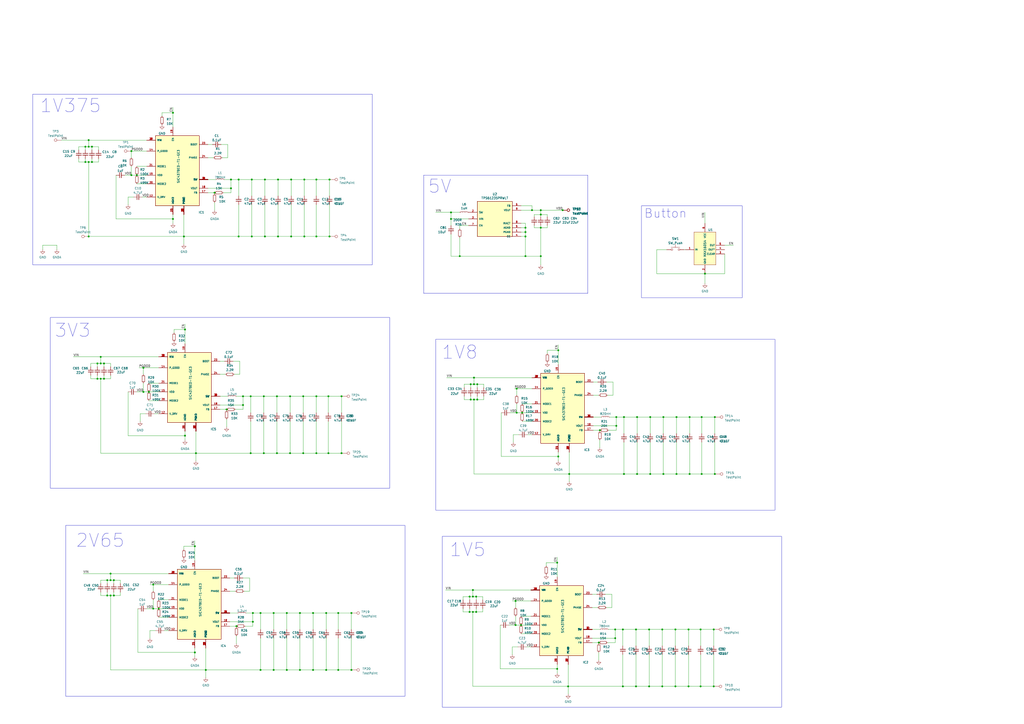
<source format=kicad_sch>
(kicad_sch (version 20240417) (generator "eeschema") (generator_version "8.99")
  (paper "A2")
  (lib_symbols
    (symbol "Connector:TestPoint" (pin_numbers hide) (pin_names (offset 0.762) hide)
      (property "Reference" "TP" (at 0 6.858 0))
      (property "Value" "TestPoint" (at 0 5.08 0))
      (symbol "TestPoint_1_1"
        (pin passive line (at 0 0 90) (length 2.54) (name "1") (number "1"))
      )
    )
    (symbol "Device:C_Small" (pin_numbers hide) (pin_names (offset 0.254) hide)
      (property "Reference" "C" (at 0.254 1.778 0))
      (property "Value" "C_Small" (at 0.254 -2.032 0))
      (symbol "C_Small_1_1"
        (pin passive line (at 0 2.54 270) (length 2.032) (name "~") (number "1"))
        (pin passive line (at 0 -2.54 90) (length 2.032) (name "~") (number "2"))
      )
    )
    (symbol "Device:L_Small" (pin_numbers hide) (pin_names (offset 0.254) hide)
      (property "Reference" "L" (at 0.762 1.016 0))
      (property "Value" "L_Small" (at 0.762 -1.016 0))
      (symbol "L_Small_1_1"
        (pin passive line (at 0 2.54 270) (length 0.508) (name "~") (number "1"))
        (pin passive line (at 0 -2.54 90) (length 0.508) (name "~") (number "2"))
      )
    )
    (symbol "Device:R_Small" (pin_numbers hide) (pin_names (offset 0.254) hide)
      (property "Reference" "R" (at 0.762 0.508 0))
      (property "Value" "R_Small" (at 0.762 -1.016 0))
      (symbol "R_Small_1_1"
        (pin passive line (at 0 2.54 270) (length 0.762) (name "~") (number "1"))
        (pin passive line (at 0 -2.54 90) (length 0.762) (name "~") (number "2"))
      )
    )
    (symbol "SIC437BED-T1-GE3:SIC437BED-T1-GE3" (pin_names (offset 1.016))
      (property "Reference" "IC3" (at 31.75 -41.91 0))
      (property "Value" "SIC437BED-T1-GE3" (at 18.415 -15.24 90))
      (symbol "SIC437BED-T1-GE3_0_0"
        (pin bidirectional line (at 0 0 0) (length 5.08) (name "VIN") (number "1"))
        (pin bidirectional line (at 0 -33.02 0) (length 5.08) (name "V_DRV") (number "12"))
        (pin bidirectional line (at 21.59 -43.18 90) (length 5.08) (name "PGND") (number "13"))
        (pin bidirectional line (at 0 -6.35 0) (length 5.08) (name "P_GOOD") (number "14"))
        (pin bidirectional line (at 0 -20.32 0) (length 5.08) (name "VDD") (number "15"))
        (pin bidirectional line (at 15.24 -43.18 90) (length 5.08) (name "AGND") (number "16"))
        (pin bidirectional line (at 35.56 -30.48 180) (length 5.08) (name "FB") (number "17"))
        (pin bidirectional line (at 35.56 -27.94 180) (length 5.08) (name "VOUT") (number "18"))
        (pin bidirectional line (at 15.24 7.62 270) (length 5.08) (name "EN") (number "19"))
        (pin bidirectional line (at 0 0 0) (length 5.08) (name "VIN") (number "2"))
        (pin bidirectional line (at 0 -25.4 0) (length 5.08) (name "MODE2") (number "20"))
        (pin bidirectional line (at 0 -15.24 0) (length 5.08) (name "MODE1") (number "21"))
        (pin bidirectional line (at 0 0 0) (length 5.08) (name "VIN") (number "22"))
        (pin bidirectional line (at 35.56 -2.54 180) (length 5.08) (name "BOOT") (number "23"))
        (pin bidirectional line (at 35.56 -10.16 180) (length 5.08) (name "PHASE") (number "24"))
        (pin bidirectional line (at 15.24 -43.18 90) (length 5.08) (name "AGND") (number "25"))
        (pin bidirectional line (at 0 0 0) (length 5.08) (name "VIN") (number "26"))
        (pin bidirectional line (at 21.59 -43.18 90) (length 5.08) (name "PGND") (number "27"))
        (pin bidirectional line (at 21.59 -43.18 90) (length 5.08) (name "PGND") (number "29"))
        (pin bidirectional line (at 21.59 -43.18 90) (length 5.08) (name "PGND") (number "3"))
        (pin bidirectional line (at 35.56 -22.86 180) (length 5.08) (name "SW") (number "30"))
        (pin bidirectional line (at 21.59 -43.18 90) (length 5.08) (name "PGND") (number "4"))
        (pin bidirectional line (at 35.56 -22.86 180) (length 5.08) (name "SW") (number "5"))
        (pin bidirectional line (at 35.56 -22.86 180) (length 5.08) (name "SW") (number "6"))
        (pin bidirectional line (at 35.56 -22.86 180) (length 5.08) (name "SW") (number "7"))
        (pin bidirectional line (at 35.56 -22.86 180) (length 5.08) (name "SW") (number "8"))
        (pin bidirectional line (at 35.56 -22.86 180) (length 5.08) (name "SW") (number "9"))
      )
    )
    (symbol "SIC437BED-T1-GE3_1" (pin_names (offset 1.016))
      (property "Reference" "IC1" (at 31.75 -41.91 0))
      (property "Value" "SIC437BED-T1-GE3" (at 18.415 -15.24 90))
      (symbol "SIC437BED-T1-GE3_1_0_0"
        (pin bidirectional line (at 0 0 0) (length 5.08) (name "VIN") (number "1"))
        (pin bidirectional line (at 0 -33.02 0) (length 5.08) (name "V_DRV") (number "12"))
        (pin bidirectional line (at 21.59 -43.18 90) (length 5.08) (name "PGND") (number "13"))
        (pin bidirectional line (at 0 -6.35 0) (length 5.08) (name "P_GOOD") (number "14"))
        (pin bidirectional line (at 0 -20.32 0) (length 5.08) (name "VDD") (number "15"))
        (pin bidirectional line (at 15.24 -43.18 90) (length 5.08) (name "AGND") (number "16"))
        (pin bidirectional line (at 35.56 -30.48 180) (length 5.08) (name "FB") (number "17"))
        (pin bidirectional line (at 35.56 -27.94 180) (length 5.08) (name "VOUT") (number "18"))
        (pin bidirectional line (at 15.24 7.62 270) (length 5.08) (name "EN") (number "19"))
        (pin bidirectional line (at 0 0 0) (length 5.08) (name "VIN") (number "2"))
        (pin bidirectional line (at 0 -25.4 0) (length 5.08) (name "MODE2") (number "20"))
        (pin bidirectional line (at 0 -15.24 0) (length 5.08) (name "MODE1") (number "21"))
        (pin bidirectional line (at 0 0 0) (length 5.08) (name "VIN") (number "22"))
        (pin bidirectional line (at 35.56 -2.54 180) (length 5.08) (name "BOOT") (number "23"))
        (pin bidirectional line (at 35.56 -10.16 180) (length 5.08) (name "PHASE") (number "24"))
        (pin bidirectional line (at 15.24 -43.18 90) (length 5.08) (name "AGND") (number "25"))
        (pin bidirectional line (at 0 0 0) (length 5.08) (name "VIN") (number "26"))
        (pin bidirectional line (at 21.59 -43.18 90) (length 5.08) (name "PGND") (number "27"))
        (pin bidirectional line (at 21.59 -43.18 90) (length 5.08) (name "PGND") (number "29"))
        (pin bidirectional line (at 21.59 -43.18 90) (length 5.08) (name "PGND") (number "3"))
        (pin bidirectional line (at 35.56 -22.86 180) (length 5.08) (name "SW") (number "30"))
        (pin bidirectional line (at 21.59 -43.18 90) (length 5.08) (name "PGND") (number "4"))
        (pin bidirectional line (at 35.56 -22.86 180) (length 5.08) (name "SW") (number "5"))
        (pin bidirectional line (at 35.56 -22.86 180) (length 5.08) (name "SW") (number "6"))
        (pin bidirectional line (at 35.56 -22.86 180) (length 5.08) (name "SW") (number "7"))
        (pin bidirectional line (at 35.56 -22.86 180) (length 5.08) (name "SW") (number "8"))
        (pin bidirectional line (at 35.56 -22.86 180) (length 5.08) (name "SW") (number "9"))
      )
    )
    (symbol "SIC437BED-T1-GE3_2" (pin_names (offset 1.016))
      (property "Reference" "IC5" (at 31.75 -41.91 0))
      (property "Value" "SIC437BED-T1-GE3" (at 18.415 -15.24 90))
      (symbol "SIC437BED-T1-GE3_2_0_0"
        (pin bidirectional line (at 0 0 0) (length 5.08) (name "VIN") (number "1"))
        (pin bidirectional line (at 0 -33.02 0) (length 5.08) (name "V_DRV") (number "12"))
        (pin bidirectional line (at 21.59 -43.18 90) (length 5.08) (name "PGND") (number "13"))
        (pin bidirectional line (at 0 -6.35 0) (length 5.08) (name "P_GOOD") (number "14"))
        (pin bidirectional line (at 0 -20.32 0) (length 5.08) (name "VDD") (number "15"))
        (pin bidirectional line (at 15.24 -43.18 90) (length 5.08) (name "AGND") (number "16"))
        (pin bidirectional line (at 35.56 -30.48 180) (length 5.08) (name "FB") (number "17"))
        (pin bidirectional line (at 35.56 -27.94 180) (length 5.08) (name "VOUT") (number "18"))
        (pin bidirectional line (at 15.24 7.62 270) (length 5.08) (name "EN") (number "19"))
        (pin bidirectional line (at 0 0 0) (length 5.08) (name "VIN") (number "2"))
        (pin bidirectional line (at 0 -25.4 0) (length 5.08) (name "MODE2") (number "20"))
        (pin bidirectional line (at 0 -15.24 0) (length 5.08) (name "MODE1") (number "21"))
        (pin bidirectional line (at 0 0 0) (length 5.08) (name "VIN") (number "22"))
        (pin bidirectional line (at 35.56 -2.54 180) (length 5.08) (name "BOOT") (number "23"))
        (pin bidirectional line (at 35.56 -10.16 180) (length 5.08) (name "PHASE") (number "24"))
        (pin bidirectional line (at 15.24 -43.18 90) (length 5.08) (name "AGND") (number "25"))
        (pin bidirectional line (at 0 0 0) (length 5.08) (name "VIN") (number "26"))
        (pin bidirectional line (at 21.59 -43.18 90) (length 5.08) (name "PGND") (number "27"))
        (pin bidirectional line (at 21.59 -43.18 90) (length 5.08) (name "PGND") (number "29"))
        (pin bidirectional line (at 21.59 -43.18 90) (length 5.08) (name "PGND") (number "3"))
        (pin bidirectional line (at 35.56 -22.86 180) (length 5.08) (name "SW") (number "30"))
        (pin bidirectional line (at 21.59 -43.18 90) (length 5.08) (name "PGND") (number "4"))
        (pin bidirectional line (at 35.56 -22.86 180) (length 5.08) (name "SW") (number "5"))
        (pin bidirectional line (at 35.56 -22.86 180) (length 5.08) (name "SW") (number "6"))
        (pin bidirectional line (at 35.56 -22.86 180) (length 5.08) (name "SW") (number "7"))
        (pin bidirectional line (at 35.56 -22.86 180) (length 5.08) (name "SW") (number "8"))
        (pin bidirectional line (at 35.56 -22.86 180) (length 5.08) (name "SW") (number "9"))
      )
    )
    (symbol "SIC437BED-T1-GE3_3" (pin_names (offset 1.016))
      (property "Reference" "IC4" (at 31.75 -41.91 0))
      (property "Value" "SIC437BED-T1-GE3" (at 18.415 -15.24 90))
      (symbol "SIC437BED-T1-GE3_3_0_0"
        (pin bidirectional line (at 0 0 0) (length 5.08) (name "VIN") (number "1"))
        (pin bidirectional line (at 0 -33.02 0) (length 5.08) (name "V_DRV") (number "12"))
        (pin bidirectional line (at 21.59 -43.18 90) (length 5.08) (name "PGND") (number "13"))
        (pin bidirectional line (at 0 -6.35 0) (length 5.08) (name "P_GOOD") (number "14"))
        (pin bidirectional line (at 0 -20.32 0) (length 5.08) (name "VDD") (number "15"))
        (pin bidirectional line (at 15.24 -43.18 90) (length 5.08) (name "AGND") (number "16"))
        (pin bidirectional line (at 35.56 -30.48 180) (length 5.08) (name "FB") (number "17"))
        (pin bidirectional line (at 35.56 -27.94 180) (length 5.08) (name "VOUT") (number "18"))
        (pin bidirectional line (at 15.24 7.62 270) (length 5.08) (name "EN") (number "19"))
        (pin bidirectional line (at 0 0 0) (length 5.08) (name "VIN") (number "2"))
        (pin bidirectional line (at 0 -25.4 0) (length 5.08) (name "MODE2") (number "20"))
        (pin bidirectional line (at 0 -15.24 0) (length 5.08) (name "MODE1") (number "21"))
        (pin bidirectional line (at 0 0 0) (length 5.08) (name "VIN") (number "22"))
        (pin bidirectional line (at 35.56 -2.54 180) (length 5.08) (name "BOOT") (number "23"))
        (pin bidirectional line (at 35.56 -10.16 180) (length 5.08) (name "PHASE") (number "24"))
        (pin bidirectional line (at 15.24 -43.18 90) (length 5.08) (name "AGND") (number "25"))
        (pin bidirectional line (at 0 0 0) (length 5.08) (name "VIN") (number "26"))
        (pin bidirectional line (at 21.59 -43.18 90) (length 5.08) (name "PGND") (number "27"))
        (pin bidirectional line (at 21.59 -43.18 90) (length 5.08) (name "PGND") (number "29"))
        (pin bidirectional line (at 21.59 -43.18 90) (length 5.08) (name "PGND") (number "3"))
        (pin bidirectional line (at 35.56 -22.86 180) (length 5.08) (name "SW") (number "30"))
        (pin bidirectional line (at 21.59 -43.18 90) (length 5.08) (name "PGND") (number "4"))
        (pin bidirectional line (at 35.56 -22.86 180) (length 5.08) (name "SW") (number "5"))
        (pin bidirectional line (at 35.56 -22.86 180) (length 5.08) (name "SW") (number "6"))
        (pin bidirectional line (at 35.56 -22.86 180) (length 5.08) (name "SW") (number "7"))
        (pin bidirectional line (at 35.56 -22.86 180) (length 5.08) (name "SW") (number "8"))
        (pin bidirectional line (at 35.56 -22.86 180) (length 5.08) (name "SW") (number "9"))
      )
    )
    (symbol "SIC437BED-T1-GE3_4" (pin_names (offset 1.016))
      (property "Reference" "IC2" (at 31.75 -41.91 0))
      (property "Value" "SIC437BED-T1-GE3" (at 18.415 -15.24 90))
      (symbol "SIC437BED-T1-GE3_4_0_0"
        (pin bidirectional line (at 0 0 0) (length 5.08) (name "VIN") (number "1"))
        (pin bidirectional line (at 0 -33.02 0) (length 5.08) (name "V_DRV") (number "12"))
        (pin bidirectional line (at 21.59 -43.18 90) (length 5.08) (name "PGND") (number "13"))
        (pin bidirectional line (at 0 -6.35 0) (length 5.08) (name "P_GOOD") (number "14"))
        (pin bidirectional line (at 0 -20.32 0) (length 5.08) (name "VDD") (number "15"))
        (pin bidirectional line (at 15.24 -43.18 90) (length 5.08) (name "AGND") (number "16"))
        (pin bidirectional line (at 35.56 -30.48 180) (length 5.08) (name "FB") (number "17"))
        (pin bidirectional line (at 35.56 -27.94 180) (length 5.08) (name "VOUT") (number "18"))
        (pin bidirectional line (at 15.24 7.62 270) (length 5.08) (name "EN") (number "19"))
        (pin bidirectional line (at 0 0 0) (length 5.08) (name "VIN") (number "2"))
        (pin bidirectional line (at 0 -25.4 0) (length 5.08) (name "MODE2") (number "20"))
        (pin bidirectional line (at 0 -15.24 0) (length 5.08) (name "MODE1") (number "21"))
        (pin bidirectional line (at 0 0 0) (length 5.08) (name "VIN") (number "22"))
        (pin bidirectional line (at 35.56 -2.54 180) (length 5.08) (name "BOOT") (number "23"))
        (pin bidirectional line (at 35.56 -10.16 180) (length 5.08) (name "PHASE") (number "24"))
        (pin bidirectional line (at 15.24 -43.18 90) (length 5.08) (name "AGND") (number "25"))
        (pin bidirectional line (at 0 0 0) (length 5.08) (name "VIN") (number "26"))
        (pin bidirectional line (at 21.59 -43.18 90) (length 5.08) (name "PGND") (number "27"))
        (pin bidirectional line (at 21.59 -43.18 90) (length 5.08) (name "PGND") (number "29"))
        (pin bidirectional line (at 21.59 -43.18 90) (length 5.08) (name "PGND") (number "3"))
        (pin bidirectional line (at 35.56 -22.86 180) (length 5.08) (name "SW") (number "30"))
        (pin bidirectional line (at 21.59 -43.18 90) (length 5.08) (name "PGND") (number "4"))
        (pin bidirectional line (at 35.56 -22.86 180) (length 5.08) (name "SW") (number "5"))
        (pin bidirectional line (at 35.56 -22.86 180) (length 5.08) (name "SW") (number "6"))
        (pin bidirectional line (at 35.56 -22.86 180) (length 5.08) (name "SW") (number "7"))
        (pin bidirectional line (at 35.56 -22.86 180) (length 5.08) (name "SW") (number "8"))
        (pin bidirectional line (at 35.56 -22.86 180) (length 5.08) (name "SW") (number "9"))
      )
    )
    (symbol "Switch:SW_Push" (pin_numbers hide) (pin_names (offset 1.016) hide)
      (property "Reference" "SW" (at 1.27 2.54 0))
      (property "Value" "SW_Push" (at 0 -1.524 0))
      (symbol "SW_Push_0_1"
        (pin passive line (at -5.08 0 0) (length 2.54) (name "1") (number "1"))
        (pin passive line (at 5.08 0 180) (length 2.54) (name "2") (number "2"))
      )
    )
    (symbol "TPS61235PRWLT:TPS61235PRWLT" (pin_names (offset 1.016))
      (property "Reference" "U" (at -10.1854 10.9474 0))
      (property "Value" "TPS61235PRWLT" (at -10.414 -12.192 0))
      (symbol "TPS61235PRWLT_0_0"
        (pin power_in line (at 15.24 -7.62 180) (length 5.08) (name "PGND") (number "1"))
        (pin power_in line (at -15.24 3.81 0) (length 5.08) (name "SW") (number "2"))
        (pin input line (at -15.24 0 0) (length 5.08) (name "VIN") (number "3"))
        (pin input line (at 15.24 -10.16 180) (length 5.08) (name "CC") (number "4"))
        (pin power_in line (at 15.24 -5.08 180) (length 5.08) (name "AGND") (number "5"))
        (pin input line (at 15.24 7.62 180) (length 5.08) (name "FB") (number "6"))
        (pin input line (at -15.24 -3.81 0) (length 5.08) (name "EN") (number "7"))
        (pin output line (at 15.24 -2.54 180) (length 5.08) (name "INACT") (number "8"))
        (pin power_in line (at 15.24 5.08 180) (length 5.08) (name "VOUT") (number "9"))
      )
    )
    (symbol "Xbox-PMS:MAX16054"
      (property "Reference" "U" (at 0 0 0))
      (symbol "MAX16054_0_0"
        (pin bidirectional line (at -11.43 0 0) (length 5.08) (name "IN") (number "1"))
        (pin bidirectional line (at 0 -13.97 90) (length 5.08) (name "GND") (number "2"))
        (pin bidirectional line (at 11.43 -2.54 180) (length 5.08) (name "CLEAR") (number "3"))
        (pin bidirectional line (at 11.43 0 180) (length 5.08) (name "OUT*") (number "4"))
        (pin bidirectional line (at 11.43 2.54 180) (length 5.08) (name "OUT") (number "5"))
        (pin bidirectional line (at 0 15.24 270) (length 5.08) (name "VCC") (number "6"))
      )
    )
    (symbol "power:GND" (power) (pin_names (offset 0))
      (property "Value" "GND" (at 0 -3.81 0))
      (symbol "GND_1_1"
        (pin power_in line (at 0 0 270) (length 0) hide (name "GND") (number "1"))
      )
    )
    (symbol "power:GNDA" (power) (pin_names (offset 0))
      (property "Value" "GNDA" (at 0 -3.81 0))
      (symbol "GNDA_1_1"
        (pin power_in line (at 0 0 270) (length 0) hide (name "GNDA") (number "1"))
      )
    )
  )
  (rectangle (start 252.73 196.85) (end 449.58 295.91))
  (rectangle (start 29.21 184.15) (end 226.06 283.21))
  (rectangle (start 256.54 311.15) (end 453.39 410.21))
  (rectangle (start 19.05 54.61) (end 215.9 153.67))
  (rectangle (start 372.11 119.38) (end 430.53 172.72))
  (rectangle (start 245.745 101.6) (end 340.995 170.18))
  (rectangle (start 38.1 304.8) (end 234.95 403.86))
  (text "1V5" (at 271.272 319.024 0) (effects (font (size 7.62 7.62))))
  (text "1V375" (at 40.894 61.468 0) (effects (font (size 7.62 7.62))))
  (text "Button" (at 386.08 123.952 0) (effects (font (size 5.08 5.08))))
  (text "1V8" (at 266.7 204.47 0) (effects (font (size 7.62 7.62))))
  (text "2V65" (at 58.166 313.69 0) (effects (font (size 7.62 7.62))))
  (text "5V" (at 255.143 108.204 0) (effects (font (size 7.62 7.62))))
  (text "3V3" (at 42.164 191.77 0) (effects (font (size 7.62 7.62))))
  (junction (at 299.085 348.615))
  (junction (at 83.185 213.36))
  (junction (at 173.99 388.62))
  (junction (at 302.895 239.395))
  (junction (at 140.97 234.95))
  (junction (at 361.95 241.935))
  (junction (at 64.135 345.44))
  (junction (at 273.05 222.885))
  (junction (at 56.515 219.71))
  (junction (at 146.05 137.16))
  (junction (at 302.26 362.585))
  (junction (at 276.225 354.965))
  (junction (at 76.2 87.63))
  (junction (at 100.33 127))
  (junction (at 357.505 247.015))
  (junction (at 158.75 388.62))
  (junction (at 153.035 229.87))
  (junction (at 376.555 398.145))
  (junction (at 261.62 127))
  (junction (at 274.32 354.965))
  (junction (at 161.29 104.14))
  (junction (at 261.62 123.19))
  (junction (at 190.5 262.89))
  (junction (at 183.515 104.14))
  (junction (at 100.33 65.405))
  (junction (at 53.34 85.09))
  (junction (at 400.05 241.935))
  (junction (at 58.42 210.82))
  (junction (at 181.61 355.6))
  (junction (at 347.345 372.745))
  (junction (at 79.375 101.6))
  (junction (at 140.97 229.87))
  (junction (at 113.665 262.89))
  (junction (at 299.72 239.395))
  (junction (at 329.565 398.145))
  (junction (at 414.02 365.125))
  (junction (at 49.53 93.98))
  (junction (at 323.85 264.795))
  (junction (at 377.19 274.955))
  (junction (at 133.985 109.22))
  (junction (at 391.795 398.145))
  (junction (at 391.795 365.125))
  (junction (at 191.135 104.14))
  (junction (at 272.415 354.965))
  (junction (at 384.81 241.935))
  (junction (at 153.67 104.14))
  (junction (at 62.23 336.55))
  (junction (at 414.655 274.955))
  (junction (at 158.75 355.6))
  (junction (at 368.935 365.125))
  (junction (at 183.515 262.89))
  (junction (at 273.05 231.775))
  (junction (at 145.415 229.87))
  (junction (at 151.13 388.62))
  (junction (at 330.2 274.955))
  (junction (at 368.935 398.145))
  (junction (at 361.315 398.145))
  (junction (at 131.445 237.49))
  (junction (at 196.215 355.6))
  (junction (at 414.655 241.935))
  (junction (at 198.12 229.87))
  (junction (at 304.8 132.08))
  (junction (at 133.985 104.14))
  (junction (at 189.23 388.62))
  (junction (at 113.03 316.865))
  (junction (at 308.61 121.92))
  (junction (at 168.91 137.16))
  (junction (at 399.415 398.145))
  (junction (at 347.98 249.555))
  (junction (at 92.075 353.06))
  (junction (at 407.035 241.935))
  (junction (at 137.16 363.22))
  (junction (at 166.37 355.6))
  (junction (at 203.835 355.6))
  (junction (at 107.315 191.135))
  (junction (at 272.415 346.075))
  (junction (at 107.315 252.73))
  (junction (at 86.36 227.33))
  (junction (at 168.91 104.14))
  (junction (at 189.23 355.6))
  (junction (at 88.9 353.06))
  (junction (at 369.57 241.935))
  (junction (at 406.4 365.125))
  (junction (at 83.185 227.33))
  (junction (at 51.435 85.09))
  (junction (at 191.135 137.16))
  (junction (at 175.895 262.89))
  (junction (at 377.19 241.935))
  (junction (at 299.72 225.425))
  (junction (at 60.325 210.82))
  (junction (at 160.655 229.87))
  (junction (at 160.655 262.89))
  (junction (at 51.435 81.28))
  (junction (at 407.035 274.955))
  (junction (at 361.95 274.955))
  (junction (at 66.04 345.44))
  (junction (at 190.5 229.87))
  (junction (at 88.9 339.09))
  (junction (at 58.42 219.71))
  (junction (at 168.275 229.87))
  (junction (at 175.895 229.87))
  (junction (at 168.275 262.89))
  (junction (at 146.685 355.6))
  (junction (at 356.87 370.205))
  (junction (at 399.415 365.125))
  (junction (at 64.135 332.74))
  (junction (at 151.13 355.6))
  (junction (at 276.86 222.885))
  (junction (at 181.61 388.62))
  (junction (at 299.085 362.585))
  (junction (at 313.69 121.92))
  (junction (at 361.315 365.125))
  (junction (at 76.2 101.6))
  (junction (at 313.69 132.08))
  (junction (at 274.955 222.885))
  (junction (at 161.29 137.16))
  (junction (at 274.955 219.075))
  (junction (at 274.32 346.075))
  (junction (at 274.955 231.775))
  (junction (at 203.835 388.62))
  (junction (at 183.515 137.16))
  (junction (at 119.38 388.62))
  (junction (at 176.53 104.14))
  (junction (at 56.515 210.82))
  (junction (at 304.8 137.16))
  (junction (at 369.57 274.955))
  (junction (at 304.8 148.59))
  (junction (at 106.68 137.16))
  (junction (at 326.39 121.92))
  (junction (at 384.175 365.125))
  (junction (at 51.435 93.98))
  (junction (at 274.32 342.265))
  (junction (at 384.81 274.955))
  (junction (at 276.86 231.775))
  (junction (at 183.515 229.87))
  (junction (at 276.225 346.075))
  (junction (at 124.46 111.76))
  (junction (at 323.85 203.2))
  (junction (at 49.53 85.09))
  (junction (at 313.69 148.59))
  (junction (at 304.8 134.62))
  (junction (at 173.99 355.6))
  (junction (at 138.43 104.14))
  (junction (at 176.53 137.16))
  (junction (at 400.05 274.955))
  (junction (at 392.43 274.955))
  (junction (at 53.34 93.98))
  (junction (at 392.43 241.935))
  (junction (at 356.87 365.125))
  (junction (at 146.05 104.14))
  (junction (at 376.555 365.125))
  (junction (at 64.135 336.55))
  (junction (at 323.215 326.39))
  (junction (at 60.325 219.71))
  (junction (at 384.175 398.145))
  (junction (at 113.03 378.46))
  (junction (at 414.02 398.145))
  (junction (at 58.42 207.01))
  (junction (at 166.37 388.62))
  (junction (at 51.435 137.16))
  (junction (at 323.215 387.985))
  (junction (at 357.505 241.935))
  (junction (at 146.685 360.68))
  (junction (at 145.415 262.89))
  (junction (at 196.215 388.62))
  (junction (at 153.67 137.16))
  (junction (at 266.7 148.59))
  (junction (at 198.12 262.89))
  (junction (at 408.94 158.75))
  (junction (at 153.035 262.89))
  (junction (at 313.69 124.46))
  (junction (at 406.4 398.145))
  (junction (at 138.43 137.16))
  (junction (at 66.04 336.55))
  (junction (at 62.23 345.44))
  (wire (pts (xy 399.415 398.145) (xy 406.4 398.145)))
  (wire (pts (xy 369.57 241.935) (xy 377.19 241.935)))
  (wire (pts (xy 153.035 244.475) (xy 153.035 262.89)))
  (wire (pts (xy 127.635 229.87) (xy 132.08 229.87)))
  (wire (pts (xy 52.705 217.805) (xy 52.705 219.71)))
  (wire (pts (xy 313.69 132.08) (xy 317.5 132.08)))
  (wire (pts (xy 299.085 357.505) (xy 299.085 362.585)))
  (wire (pts (xy 100.33 127) (xy 100.33 124.46)))
  (wire (pts (xy 407.035 241.935) (xy 414.655 241.935)))
  (wire (pts (xy 203.835 370.205) (xy 203.835 388.62)))
  (wire (pts (xy 190.5 229.87) (xy 198.12 229.87)))
  (wire (pts (xy 361.315 374.65) (xy 361.315 365.125)))
  (wire (pts (xy 376.555 398.145) (xy 384.175 398.145)))
  (wire (pts (xy 120.65 83.82) (xy 123.19 83.82)))
  (wire (pts (xy 276.225 347.98) (xy 276.225 346.075)))
  (wire (pts (xy 131.445 243.205) (xy 131.445 247.65)))
  (wire (pts (xy 67.31 101.6) (xy 67.31 127)))
  (wire (pts (xy 352.425 372.745) (xy 356.87 372.745)))
  (wire (pts (xy 51.435 81.28) (xy 85.09 81.28)))
  (wire (pts (xy 158.75 388.62) (xy 166.37 388.62)))
  (wire (pts (xy 377.19 241.935) (xy 384.81 241.935)))
  (wire (pts (xy 56.515 210.82) (xy 58.42 210.82)))
  (wire (pts (xy 297.18 375.285) (xy 297.18 379.73)))
  (wire (pts (xy 161.29 137.16) (xy 168.91 137.16)))
  (wire (pts (xy 190.5 262.89) (xy 198.12 262.89)))
  (wire (pts (xy 181.61 370.205) (xy 181.61 388.62)))
  (wire (pts (xy 384.175 398.145) (xy 391.795 398.145)))
  (wire (pts (xy 351.79 221.615) (xy 355.6 221.615)))
  (wire (pts (xy 309.88 124.46) (xy 313.69 124.46)))
  (wire (pts (xy 58.42 336.55) (xy 62.23 336.55)))
  (wire (pts (xy 86.995 365.76) (xy 86.995 370.205)))
  (wire (pts (xy 400.05 251.46) (xy 400.05 241.935)))
  (wire (pts (xy 323.215 323.215) (xy 323.215 326.39)))
  (wire (pts (xy 166.37 365.125) (xy 166.37 355.6)))
  (wire (pts (xy 191.135 104.14) (xy 191.77 104.14)))
  (wire (pts (xy 330.2 274.955) (xy 361.95 274.955)))
  (wire (pts (xy 168.91 104.14) (xy 176.53 104.14)))
  (wire (pts (xy 151.13 365.125) (xy 151.13 355.6)))
  (wire (pts (xy 274.955 222.885) (xy 276.86 222.885)))
  (wire (pts (xy 295.275 362.585) (xy 299.085 362.585)))
  (wire (pts (xy 407.035 274.955) (xy 414.655 274.955)))
  (wire (pts (xy 66.04 338.455) (xy 66.04 336.55)))
  (wire (pts (xy 189.23 370.205) (xy 189.23 388.62)))
  (wire (pts (xy 166.37 388.62) (xy 173.99 388.62)))
  (wire (pts (xy 407.035 256.54) (xy 407.035 274.955)))
  (wire (pts (xy 168.275 262.89) (xy 175.895 262.89)))
  (wire (pts (xy 64.135 219.71) (xy 64.135 217.805)))
  (wire (pts (xy 323.85 203.2) (xy 323.85 211.455)))
  (wire (pts (xy 113.03 313.69) (xy 113.03 316.865)))
  (wire (pts (xy 168.91 118.745) (xy 168.91 137.16)))
  (wire (pts (xy 302.895 239.395) (xy 308.61 239.395)))
  (wire (pts (xy 51.435 137.16) (xy 106.68 137.16)))
  (wire (pts (xy 274.955 231.775) (xy 274.955 274.955)))
  (wire (pts (xy 302.26 129.54) (xy 304.8 129.54)))
  (wire (pts (xy 344.17 249.555) (xy 347.98 249.555)))
  (wire (pts (xy 305.435 375.285) (xy 307.975 375.285)))
  (wire (pts (xy 160.655 239.395) (xy 160.655 229.87)))
  (wire (pts (xy 48.26 332.74) (xy 64.135 332.74)))
  (wire (pts (xy 406.4 398.145) (xy 414.02 398.145)))
  (wire (pts (xy 381 144.78) (xy 386.715 144.78)))
  (wire (pts (xy 406.4 379.73) (xy 406.4 398.145)))
  (wire (pts (xy 369.57 274.955) (xy 377.19 274.955)))
  (wire (pts (xy 181.61 355.6) (xy 189.23 355.6)))
  (wire (pts (xy 107.315 191.135) (xy 107.315 199.39)))
  (wire (pts (xy 313.69 132.08) (xy 313.69 148.59)))
  (wire (pts (xy 168.91 113.665) (xy 168.91 104.14)))
  (wire (pts (xy 86.995 339.09) (xy 88.9 339.09)))
  (wire (pts (xy 313.69 125.73) (xy 313.69 124.46)))
  (wire (pts (xy 138.43 118.745) (xy 138.43 137.16)))
  (wire (pts (xy 173.99 355.6) (xy 181.61 355.6)))
  (wire (pts (xy 274.955 219.075) (xy 274.955 222.885)))
  (wire (pts (xy 399.415 379.73) (xy 399.415 398.145)))
  (wire (pts (xy 266.7 123.19) (xy 261.62 123.19)))
  (wire (pts (xy 203.835 355.6) (xy 204.47 355.6)))
  (wire (pts (xy 299.72 225.425) (xy 308.61 225.425)))
  (wire (pts (xy 132.08 83.82) (xy 132.08 91.44)))
  (wire (pts (xy 353.06 365.125) (xy 356.87 365.125)))
  (wire (pts (xy 189.23 365.125) (xy 189.23 355.6)))
  (wire (pts (xy 137.16 368.935) (xy 137.16 373.38)))
  (wire (pts (xy 377.19 251.46) (xy 377.19 241.935)))
  (wire (pts (xy 58.42 345.44) (xy 62.23 345.44)))
  (wire (pts (xy 138.43 104.14) (xy 146.05 104.14)))
  (wire (pts (xy 120.65 91.44) (xy 123.825 91.44)))
  (wire (pts (xy 133.35 335.28) (xy 135.89 335.28)))
  (wire (pts (xy 280.67 231.775) (xy 280.67 229.87)))
  (wire (pts (xy 189.23 388.62) (xy 196.215 388.62)))
  (wire (pts (xy 69.85 345.44) (xy 69.85 343.535)))
  (wire (pts (xy 127.635 209.55) (xy 130.175 209.55)))
  (wire (pts (xy 58.42 219.71) (xy 58.42 262.89)))
  (wire (pts (xy 62.23 338.455) (xy 62.23 336.55)))
  (wire (pts (xy 139.065 209.55) (xy 139.065 217.17)))
  (wire (pts (xy 356.87 365.125) (xy 361.315 365.125)))
  (wire (pts (xy 302.26 367.665) (xy 307.975 367.665)))
  (wire (pts (xy 183.515 118.745) (xy 183.515 137.16)))
  (wire (pts (xy 60.325 210.82) (xy 64.135 210.82)))
  (wire (pts (xy 45.72 86.995) (xy 45.72 85.09)))
  (wire (pts (xy 343.535 372.745) (xy 347.345 372.745)))
  (wire (pts (xy 344.17 229.235) (xy 347.345 229.235)))
  (wire (pts (xy 146.05 104.14) (xy 153.67 104.14)))
  (wire (pts (xy 183.515 239.395) (xy 183.515 229.87)))
  (wire (pts (xy 269.24 229.87) (xy 269.24 231.775)))
  (wire (pts (xy 191.135 137.16) (xy 191.77 137.16)))
  (wire (pts (xy 198.12 239.395) (xy 198.12 229.87)))
  (wire (pts (xy 323.215 387.985) (xy 323.215 385.445)))
  (wire (pts (xy 384.81 256.54) (xy 384.81 274.955)))
  (wire (pts (xy 49.53 93.98) (xy 51.435 93.98)))
  (wire (pts (xy 56.515 217.805) (xy 56.515 219.71)))
  (wire (pts (xy 408.94 158.75) (xy 420.37 158.75)))
  (wire (pts (xy 306.07 252.095) (xy 308.61 252.095)))
  (wire (pts (xy 414.02 374.65) (xy 414.02 365.125)))
  (wire (pts (xy 176.53 104.14) (xy 183.515 104.14)))
  (wire (pts (xy 107.315 191.135) (xy 100.965 191.135)))
  (wire (pts (xy 88.9 339.09) (xy 88.9 342.9)))
  (wire (pts (xy 176.53 113.665) (xy 176.53 104.14)))
  (wire (pts (xy 146.685 355.6) (xy 146.685 360.68)))
  (wire (pts (xy 95.25 365.76) (xy 97.79 365.76)))
  (wire (pts (xy 49.53 86.995) (xy 49.53 85.09)))
  (wire (pts (xy 153.67 113.665) (xy 153.67 104.14)))
  (wire (pts (xy 153.67 104.14) (xy 161.29 104.14)))
  (wire (pts (xy 127.635 234.95) (xy 140.97 234.95)))
  (wire (pts (xy 343.535 344.805) (xy 346.075 344.805)))
  (wire (pts (xy 160.655 262.89) (xy 168.275 262.89)))
  (wire (pts (xy 329.565 398.145) (xy 361.315 398.145)))
  (wire (pts (xy 64.135 336.55) (xy 66.04 336.55)))
  (wire (pts (xy 142.24 363.22) (xy 146.685 363.22)))
  (wire (pts (xy 304.8 134.62) (xy 302.26 134.62)))
  (wire (pts (xy 361.95 241.935) (xy 369.57 241.935)))
  (wire (pts (xy 168.275 239.395) (xy 168.275 229.87)))
  (wire (pts (xy 406.4 365.125) (xy 414.02 365.125)))
  (wire (pts (xy 290.83 239.395) (xy 290.83 264.795)))
  (wire (pts (xy 100.33 127) (xy 100.33 129.54)))
  (wire (pts (xy 66.04 345.44) (xy 69.85 345.44)))
  (wire (pts (xy 72.39 101.6) (xy 76.2 101.6)))
  (wire (pts (xy 266.7 130.81) (xy 266.7 132.715)))
  (wire (pts (xy 106.68 137.16) (xy 106.68 141.605)))
  (wire (pts (xy 60.325 219.71) (xy 64.135 219.71)))
  (wire (pts (xy 276.86 224.79) (xy 276.86 222.885)))
  (wire (pts (xy 368.935 365.125) (xy 376.555 365.125)))
  (wire (pts (xy 124.46 117.475) (xy 124.46 121.92)))
  (wire (pts (xy 80.01 378.46) (xy 113.03 378.46)))
  (wire (pts (xy 106.68 124.46) (xy 106.68 137.16)))
  (wire (pts (xy 58.42 343.535) (xy 58.42 345.44)))
  (wire (pts (xy 100.33 65.405) (xy 100.33 73.66)))
  (wire (pts (xy 309.88 125.73) (xy 309.88 124.46)))
  (wire (pts (xy 181.61 365.125) (xy 181.61 355.6)))
  (wire (pts (xy 269.24 231.775) (xy 273.05 231.775)))
  (wire (pts (xy 369.57 251.46) (xy 369.57 241.935)))
  (wire (pts (xy 420.37 142.24) (xy 425.45 142.24)))
  (wire (pts (xy 274.32 342.265) (xy 274.32 346.075)))
  (wire (pts (xy 400.05 256.54) (xy 400.05 274.955)))
  (wire (pts (xy 131.445 237.49) (xy 131.445 238.125)))
  (wire (pts (xy 113.665 262.89) (xy 145.415 262.89)))
  (wire (pts (xy 92.075 213.36) (xy 83.185 213.36)))
  (wire (pts (xy 113.665 250.19) (xy 113.665 262.89)))
  (wire (pts (xy 290.195 362.585) (xy 290.195 387.985)))
  (wire (pts (xy 414.655 256.54) (xy 414.655 274.955)))
  (wire (pts (xy 153.035 239.395) (xy 153.035 229.87)))
  (wire (pts (xy 347.98 255.27) (xy 347.98 259.715)))
  (wire (pts (xy 57.15 93.98) (xy 57.15 92.075)))
  (wire (pts (xy 369.57 256.54) (xy 369.57 274.955)))
  (wire (pts (xy 266.7 137.795) (xy 266.7 148.59)))
  (wire (pts (xy 90.17 365.76) (xy 86.995 365.76)))
  (wire (pts (xy 183.515 104.14) (xy 191.135 104.14)))
  (wire (pts (xy 196.215 355.6) (xy 203.835 355.6)))
  (wire (pts (xy 175.895 244.475) (xy 175.895 262.89)))
  (wire (pts (xy 274.955 231.775) (xy 276.86 231.775)))
  (wire (pts (xy 196.215 370.205) (xy 196.215 388.62)))
  (wire (pts (xy 361.315 398.145) (xy 368.935 398.145)))
  (wire (pts (xy 274.32 354.965) (xy 274.32 398.145)))
  (wire (pts (xy 408.94 129.54) (xy 408.94 123.19)))
  (wire (pts (xy 330.2 274.955) (xy 330.2 279.4)))
  (wire (pts (xy 161.29 104.14) (xy 168.91 104.14)))
  (wire (pts (xy 133.35 342.9) (xy 136.525 342.9)))
  (wire (pts (xy 97.79 339.09) (xy 88.9 339.09)))
  (wire (pts (xy 299.085 362.585) (xy 302.26 362.585)))
  (wire (pts (xy 92.075 353.06) (xy 97.79 353.06)))
  (wire (pts (xy 58.42 338.455) (xy 58.42 336.55)))
  (wire (pts (xy 376.555 374.65) (xy 376.555 365.125)))
  (wire (pts (xy 120.65 111.76) (xy 124.46 111.76)))
  (wire (pts (xy 79.375 96.52) (xy 85.09 96.52)))
  (wire (pts (xy 79.375 101.6) (xy 85.09 101.6)))
  (wire (pts (xy 351.155 344.805) (xy 354.965 344.805)))
  (wire (pts (xy 323.215 326.39) (xy 316.865 326.39)))
  (wire (pts (xy 408.94 158.75) (xy 408.94 164.465)))
  (wire (pts (xy 304.8 137.16) (xy 302.26 137.16)))
  (wire (pts (xy 384.175 365.125) (xy 391.795 365.125)))
  (wire (pts (xy 261.62 123.19) (xy 252.73 123.19)))
  (wire (pts (xy 313.69 124.46) (xy 317.5 124.46)))
  (wire (pts (xy 69.85 336.55) (xy 69.85 338.455)))
  (wire (pts (xy 82.55 114.3) (xy 85.09 114.3)))
  (wire (pts (xy 60.325 217.805) (xy 60.325 219.71)))
  (wire (pts (xy 132.08 91.44) (xy 128.905 91.44)))
  (wire (pts (xy 323.85 203.2) (xy 317.5 203.2)))
  (wire (pts (xy 127.635 217.17) (xy 130.81 217.17)))
  (wire (pts (xy 344.17 247.015) (xy 357.505 247.015)))
  (wire (pts (xy 316.865 326.39) (xy 316.865 328.295)))
  (wire (pts (xy 302.895 244.475) (xy 308.61 244.475)))
  (wire (pts (xy 52.705 219.71) (xy 56.515 219.71)))
  (wire (pts (xy 347.345 378.46) (xy 347.345 382.905)))
  (wire (pts (xy 304.8 134.62) (xy 304.8 137.16)))
  (wire (pts (xy 420.37 158.75) (xy 420.37 147.32)))
  (wire (pts (xy 83.185 213.36) (xy 83.185 217.17)))
  (wire (pts (xy 344.17 221.615) (xy 346.71 221.615)))
  (wire (pts (xy 391.795 365.125) (xy 399.415 365.125)))
  (wire (pts (xy 100.33 65.405) (xy 93.98 65.405)))
  (wire (pts (xy 100.33 62.23) (xy 100.33 65.405)))
  (wire (pts (xy 137.16 229.87) (xy 140.97 229.87)))
  (wire (pts (xy 140.97 229.87) (xy 145.415 229.87)))
  (wire (pts (xy 407.035 251.46) (xy 407.035 241.935)))
  (wire (pts (xy 323.85 264.795) (xy 323.85 267.335)))
  (wire (pts (xy 317.5 132.08) (xy 317.5 130.81)))
  (wire (pts (xy 24.765 144.78) (xy 24.765 142.24)))
  (wire (pts (xy 290.83 264.795) (xy 323.85 264.795)))
  (wire (pts (xy 298.45 225.425) (xy 299.72 225.425)))
  (wire (pts (xy 168.275 244.475) (xy 168.275 262.89)))
  (wire (pts (xy 107.315 252.73) (xy 107.315 255.27)))
  (wire (pts (xy 56.515 212.725) (xy 56.515 210.82)))
  (wire (pts (xy 300.99 252.095) (xy 297.815 252.095)))
  (wire (pts (xy 313.69 121.92) (xy 326.39 121.92)))
  (wire (pts (xy 74.295 252.73) (xy 107.315 252.73)))
  (wire (pts (xy 299.72 225.425) (xy 299.72 229.235)))
  (wire (pts (xy 274.32 354.965) (xy 276.225 354.965)))
  (wire (pts (xy 181.61 388.62) (xy 189.23 388.62)))
  (wire (pts (xy 86.36 232.41) (xy 92.075 232.41)))
  (wire (pts (xy 299.72 239.395) (xy 302.895 239.395)))
  (wire (pts (xy 280.035 354.965) (xy 280.035 353.06)))
  (wire (pts (xy 304.8 148.59) (xy 313.69 148.59)))
  (wire (pts (xy 198.12 262.89) (xy 198.755 262.89)))
  (wire (pts (xy 183.515 137.16) (xy 191.135 137.16)))
  (wire (pts (xy 276.225 353.06) (xy 276.225 354.965)))
  (wire (pts (xy 190.5 244.475) (xy 190.5 262.89)))
  (wire (pts (xy 268.605 353.06) (xy 268.605 354.965)))
  (wire (pts (xy 353.06 249.555) (xy 357.505 249.555)))
  (wire (pts (xy 151.13 388.62) (xy 158.75 388.62)))
  (wire (pts (xy 368.935 379.73) (xy 368.935 398.145)))
  (wire (pts (xy 113.03 316.865) (xy 113.03 325.12)))
  (wire (pts (xy 124.46 111.76) (xy 124.46 112.395)))
  (wire (pts (xy 168.275 229.87) (xy 175.895 229.87)))
  (wire (pts (xy 45.72 92.075) (xy 45.72 93.98)))
  (wire (pts (xy 113.03 316.865) (xy 106.68 316.865)))
  (wire (pts (xy 353.695 241.935) (xy 357.505 241.935)))
  (wire (pts (xy 158.75 365.125) (xy 158.75 355.6)))
  (wire (pts (xy 120.65 104.14) (xy 125.095 104.14)))
  (wire (pts (xy 113.665 262.89) (xy 113.665 267.335)))
  (wire (pts (xy 276.225 354.965) (xy 280.035 354.965)))
  (wire (pts (xy 49.53 85.09) (xy 51.435 85.09)))
  (wire (pts (xy 161.29 118.745) (xy 161.29 137.16)))
  (wire (pts (xy 280.67 222.885) (xy 280.67 224.79)))
  (wire (pts (xy 153.035 262.89) (xy 160.655 262.89)))
  (wire (pts (xy 272.415 347.98) (xy 272.415 346.075)))
  (wire (pts (xy 64.135 345.44) (xy 66.04 345.44)))
  (wire (pts (xy 66.04 336.55) (xy 69.85 336.55)))
  (wire (pts (xy 80.01 353.06) (xy 80.01 378.46)))
  (wire (pts (xy 347.98 249.555) (xy 347.98 250.19)))
  (wire (pts (xy 304.8 132.08) (xy 304.8 134.62)))
  (wire (pts (xy 76.2 87.63) (xy 76.2 91.44)))
  (wire (pts (xy 113.03 378.46) (xy 113.03 375.92)))
  (wire (pts (xy 266.7 148.59) (xy 304.8 148.59)))
  (wire (pts (xy 144.78 335.28) (xy 144.78 342.9)))
  (wire (pts (xy 51.435 93.98) (xy 51.435 137.16)))
  (wire (pts (xy 88.9 347.98) (xy 88.9 353.06)))
  (wire (pts (xy 173.99 365.125) (xy 173.99 355.6)))
  (wire (pts (xy 190.5 239.395) (xy 190.5 229.87)))
  (wire (pts (xy 261.62 127) (xy 261.62 130.81)))
  (wire (pts (xy 274.32 342.265) (xy 307.975 342.265)))
  (wire (pts (xy 309.88 130.81) (xy 309.88 132.08)))
  (wire (pts (xy 304.8 137.16) (xy 304.8 148.59)))
  (wire (pts (xy 356.87 370.205) (xy 356.87 372.745)))
  (wire (pts (xy 376.555 365.125) (xy 384.175 365.125)))
  (wire (pts (xy 396.875 144.78) (xy 397.51 144.78)))
  (wire (pts (xy 299.085 348.615) (xy 299.085 352.425)))
  (wire (pts (xy 355.6 229.235) (xy 352.425 229.235)))
  (wire (pts (xy 343.535 365.125) (xy 347.98 365.125)))
  (wire (pts (xy 51.435 85.09) (xy 53.34 85.09)))
  (wire (pts (xy 100.965 191.135) (xy 100.965 193.04)))
  (wire (pts (xy 414.655 251.46) (xy 414.655 241.935)))
  (wire (pts (xy 64.135 332.74) (xy 97.79 332.74)))
  (wire (pts (xy 273.05 222.885) (xy 274.955 222.885)))
  (wire (pts (xy 406.4 374.65) (xy 406.4 365.125)))
  (wire (pts (xy 52.705 212.725) (xy 52.705 210.82)))
  (wire (pts (xy 384.81 241.935) (xy 392.43 241.935)))
  (wire (pts (xy 280.035 346.075) (xy 280.035 347.98)))
  (wire (pts (xy 392.43 274.955) (xy 400.05 274.955)))
  (wire (pts (xy 273.05 224.79) (xy 273.05 222.885)))
  (wire (pts (xy 391.795 398.145) (xy 399.415 398.145)))
  (wire (pts (xy 354.965 344.805) (xy 354.965 352.425)))
  (wire (pts (xy 183.515 113.665) (xy 183.515 104.14)))
  (wire (pts (xy 272.415 354.965) (xy 274.32 354.965)))
  (wire (pts (xy 309.88 132.08) (xy 313.69 132.08)))
  (wire (pts (xy 361.95 251.46) (xy 361.95 241.935)))
  (wire (pts (xy 302.26 119.38) (xy 308.61 119.38)))
  (wire (pts (xy 107.315 252.73) (xy 107.315 250.19)))
  (wire (pts (xy 304.8 132.08) (xy 302.26 132.08)))
  (wire (pts (xy 133.985 109.22) (xy 133.985 111.76)))
  (wire (pts (xy 139.065 217.17) (xy 135.89 217.17)))
  (wire (pts (xy 58.42 219.71) (xy 60.325 219.71)))
  (wire (pts (xy 381 158.75) (xy 408.94 158.75)))
  (wire (pts (xy 106.68 316.865) (xy 106.68 318.77)))
  (wire (pts (xy 146.685 355.6) (xy 151.13 355.6)))
  (wire (pts (xy 119.38 375.92) (xy 119.38 388.62)))
  (wire (pts (xy 160.655 229.87) (xy 168.275 229.87)))
  (wire (pts (xy 138.43 113.665) (xy 138.43 104.14)))
  (wire (pts (xy 145.415 239.395) (xy 145.415 229.87)))
  (wire (pts (xy 175.895 229.87) (xy 183.515 229.87)))
  (wire (pts (xy 299.72 234.315) (xy 299.72 239.395)))
  (wire (pts (xy 304.8 129.54) (xy 304.8 132.08)))
  (wire (pts (xy 51.435 81.28) (xy 51.435 85.09)))
  (wire (pts (xy 133.985 104.14) (xy 138.43 104.14)))
  (wire (pts (xy 129.54 111.76) (xy 133.985 111.76)))
  (wire (pts (xy 317.5 203.2) (xy 317.5 205.105)))
  (wire (pts (xy 276.86 229.87) (xy 276.86 231.775)))
  (wire (pts (xy 392.43 241.935) (xy 400.05 241.935)))
  (wire (pts (xy 357.505 247.015) (xy 357.505 249.555)))
  (wire (pts (xy 175.895 262.89) (xy 183.515 262.89)))
  (wire (pts (xy 354.965 352.425) (xy 351.79 352.425)))
  (wire (pts (xy 45.72 85.09) (xy 49.53 85.09)))
  (wire (pts (xy 357.505 241.935) (xy 361.95 241.935)))
  (wire (pts (xy 64.135 210.82) (xy 64.135 212.725)))
  (wire (pts (xy 83.185 227.33) (xy 86.36 227.33)))
  (wire (pts (xy 307.975 348.615) (xy 299.085 348.615)))
  (wire (pts (xy 414.02 379.73) (xy 414.02 398.145)))
  (wire (pts (xy 343.535 370.205) (xy 356.87 370.205)))
  (wire (pts (xy 130.175 104.14) (xy 133.985 104.14)))
  (wire (pts (xy 302.26 357.505) (xy 307.975 357.505)))
  (wire (pts (xy 274.32 346.075) (xy 276.225 346.075)))
  (wire (pts (xy 414.02 365.125) (xy 414.655 365.125)))
  (wire (pts (xy 329.565 398.145) (xy 329.565 402.59)))
  (wire (pts (xy 274.955 219.075) (xy 308.61 219.075)))
  (wire (pts (xy 276.86 231.775) (xy 280.67 231.775)))
  (wire (pts (xy 313.69 153.67) (xy 313.69 148.59)))
  (wire (pts (xy 391.795 379.73) (xy 391.795 398.145)))
  (wire (pts (xy 361.95 274.955) (xy 369.57 274.955)))
  (wire (pts (xy 196.215 365.125) (xy 196.215 355.6)))
  (wire (pts (xy 145.415 262.89) (xy 153.035 262.89)))
  (wire (pts (xy 153.67 118.745) (xy 153.67 137.16)))
  (wire (pts (xy 119.38 388.62) (xy 119.38 393.065)))
  (wire (pts (xy 153.035 229.87) (xy 160.655 229.87)))
  (wire (pts (xy 93.98 65.405) (xy 93.98 67.31)))
  (wire (pts (xy 313.69 124.46) (xy 313.69 121.92)))
  (wire (pts (xy 302.26 362.585) (xy 307.975 362.585)))
  (wire (pts (xy 86.36 227.33) (xy 92.075 227.33)))
  (wire (pts (xy 258.445 342.265) (xy 274.32 342.265)))
  (wire (pts (xy 384.175 374.65) (xy 384.175 365.125)))
  (wire (pts (xy 414.02 398.145) (xy 414.655 398.145)))
  (wire (pts (xy 166.37 355.6) (xy 173.99 355.6)))
  (wire (pts (xy 160.655 244.475) (xy 160.655 262.89)))
  (wire (pts (xy 24.765 142.24) (xy 33.02 142.24)))
  (wire (pts (xy 146.05 137.16) (xy 153.67 137.16)))
  (wire (pts (xy 302.895 234.315) (xy 308.61 234.315)))
  (wire (pts (xy 151.13 370.205) (xy 151.13 388.62)))
  (wire (pts (xy 168.91 137.16) (xy 176.53 137.16)))
  (wire (pts (xy 414.655 241.935) (xy 415.29 241.935)))
  (wire (pts (xy 268.605 354.965) (xy 272.415 354.965)))
  (wire (pts (xy 384.175 379.73) (xy 384.175 398.145)))
  (wire (pts (xy 53.34 93.98) (xy 57.15 93.98)))
  (wire (pts (xy 66.04 343.535) (xy 66.04 345.44)))
  (wire (pts (xy 183.515 244.475) (xy 183.515 262.89)))
  (wire (pts (xy 161.29 113.665) (xy 161.29 104.14)))
  (wire (pts (xy 330.2 262.255) (xy 330.2 274.955)))
  (wire (pts (xy 173.99 388.62) (xy 181.61 388.62)))
  (wire (pts (xy 261.62 127) (xy 271.78 127)))
  (wire (pts (xy 60.325 212.725) (xy 60.325 210.82)))
  (wire (pts (xy 158.75 370.205) (xy 158.75 388.62)))
  (wire (pts (xy 153.67 137.16) (xy 161.29 137.16)))
  (wire (pts (xy 355.6 221.615) (xy 355.6 229.235)))
  (wire (pts (xy 49.53 92.075) (xy 49.53 93.98)))
  (wire (pts (xy 297.815 252.095) (xy 297.815 256.54)))
  (wire (pts (xy 119.38 388.62) (xy 151.13 388.62)))
  (wire (pts (xy 53.34 86.995) (xy 53.34 85.09)))
  (wire (pts (xy 67.31 127) (xy 100.33 127)))
  (wire (pts (xy 198.12 244.475) (xy 198.12 262.89)))
  (wire (pts (xy 133.35 363.22) (xy 137.16 363.22)))
  (wire (pts (xy 276.86 222.885) (xy 280.67 222.885)))
  (wire (pts (xy 51.435 93.98) (xy 53.34 93.98)))
  (wire (pts (xy 140.97 335.28) (xy 144.78 335.28)))
  (wire (pts (xy 176.53 118.745) (xy 176.53 137.16)))
  (wire (pts (xy 384.81 251.46) (xy 384.81 241.935)))
  (wire (pts (xy 137.16 363.22) (xy 137.16 363.855)))
  (wire (pts (xy 272.415 353.06) (xy 272.415 354.965)))
  (wire (pts (xy 274.955 274.955) (xy 330.2 274.955)))
  (wire (pts (xy 377.19 256.54) (xy 377.19 274.955)))
  (wire (pts (xy 297.18 348.615) (xy 299.085 348.615)))
  (wire (pts (xy 356.87 365.125) (xy 356.87 370.205)))
  (wire (pts (xy 189.23 355.6) (xy 196.215 355.6)))
  (wire (pts (xy 58.42 262.89) (xy 113.665 262.89)))
  (wire (pts (xy 57.15 85.09) (xy 57.15 86.995)))
  (wire (pts (xy 106.68 137.16) (xy 138.43 137.16)))
  (wire (pts (xy 127.635 237.49) (xy 131.445 237.49)))
  (wire (pts (xy 191.135 118.745) (xy 191.135 137.16)))
  (wire (pts (xy 64.135 388.62) (xy 119.38 388.62)))
  (wire (pts (xy 107.315 187.96) (xy 107.315 191.135)))
  (wire (pts (xy 203.835 388.62) (xy 204.47 388.62)))
  (wire (pts (xy 361.315 379.73) (xy 361.315 398.145)))
  (wire (pts (xy 145.415 244.475) (xy 145.415 262.89)))
  (wire (pts (xy 84.455 240.03) (xy 81.28 240.03)))
  (wire (pts (xy 266.7 130.81) (xy 271.78 130.81)))
  (wire (pts (xy 357.505 241.935) (xy 357.505 247.015)))
  (wire (pts (xy 414.655 274.955) (xy 415.29 274.955)))
  (wire (pts (xy 151.13 355.6) (xy 158.75 355.6)))
  (wire (pts (xy 269.24 224.79) (xy 269.24 222.885)))
  (wire (pts (xy 133.35 360.68) (xy 146.685 360.68)))
  (wire (pts (xy 313.69 130.81) (xy 313.69 132.08)))
  (wire (pts (xy 268.605 346.075) (xy 272.415 346.075)))
  (wire (pts (xy 368.935 374.65) (xy 368.935 365.125)))
  (wire (pts (xy 83.185 222.25) (xy 83.185 227.33)))
  (wire (pts (xy 136.525 237.49) (xy 140.97 237.49)))
  (wire (pts (xy 203.835 365.125) (xy 203.835 355.6)))
  (wire (pts (xy 399.415 365.125) (xy 406.4 365.125)))
  (wire (pts (xy 377.19 274.955) (xy 384.81 274.955)))
  (wire (pts (xy 272.415 346.075) (xy 274.32 346.075)))
  (wire (pts (xy 58.42 210.82) (xy 60.325 210.82)))
  (wire (pts (xy 76.2 101.6) (xy 79.375 101.6)))
  (wire (pts (xy 158.75 355.6) (xy 166.37 355.6)))
  (wire (pts (xy 58.42 207.01) (xy 92.075 207.01)))
  (wire (pts (xy 361.315 365.125) (xy 368.935 365.125)))
  (wire (pts (xy 176.53 137.16) (xy 183.515 137.16)))
  (wire (pts (xy 53.34 85.09) (xy 57.15 85.09)))
  (wire (pts (xy 120.65 109.22) (xy 133.985 109.22)))
  (wire (pts (xy 76.2 96.52) (xy 76.2 101.6)))
  (wire (pts (xy 33.02 142.24) (xy 33.02 144.78)))
  (wire (pts (xy 145.415 229.87) (xy 153.035 229.87)))
  (wire (pts (xy 261.62 123.19) (xy 261.62 127)))
  (wire (pts (xy 133.985 104.14) (xy 133.985 109.22)))
  (wire (pts (xy 347.345 372.745) (xy 347.345 373.38)))
  (wire (pts (xy 323.215 387.985) (xy 323.215 390.525)))
  (wire (pts (xy 259.08 219.075) (xy 274.955 219.075)))
  (wire (pts (xy 56.515 219.71) (xy 58.42 219.71)))
  (wire (pts (xy 140.97 234.95) (xy 140.97 237.49)))
  (wire (pts (xy 80.645 213.36) (xy 83.185 213.36)))
  (wire (pts (xy 173.99 370.205) (xy 173.99 388.62)))
  (wire (pts (xy 268.605 347.98) (xy 268.605 346.075)))
  (wire (pts (xy 317.5 124.46) (xy 317.5 125.73)))
  (wire (pts (xy 400.05 241.935) (xy 407.035 241.935)))
  (wire (pts (xy 400.05 274.955) (xy 407.035 274.955)))
  (wire (pts (xy 274.32 398.145) (xy 329.565 398.145)))
  (wire (pts (xy 361.95 256.54) (xy 361.95 274.955)))
  (wire (pts (xy 343.535 352.425) (xy 346.71 352.425)))
  (wire (pts (xy 166.37 370.205) (xy 166.37 388.62)))
  (wire (pts (xy 376.555 379.73) (xy 376.555 398.145)))
  (wire (pts (xy 74.295 114.3) (xy 74.295 118.745)))
  (wire (pts (xy 273.05 229.87) (xy 273.05 231.775)))
  (wire (pts (xy 92.075 347.98) (xy 97.79 347.98)))
  (wire (pts (xy 77.47 114.3) (xy 74.295 114.3)))
  (wire (pts (xy 308.61 121.92) (xy 313.69 121.92)))
  (wire (pts (xy 142.875 355.6) (xy 146.685 355.6)))
  (wire (pts (xy 175.895 239.395) (xy 175.895 229.87)))
  (wire (pts (xy 64.135 345.44) (xy 64.135 388.62)))
  (wire (pts (xy 128.27 83.82) (xy 132.08 83.82)))
  (wire (pts (xy 384.81 274.955) (xy 392.43 274.955)))
  (wire (pts (xy 368.935 398.145) (xy 376.555 398.145)))
  (wire (pts (xy 399.415 374.65) (xy 399.415 365.125)))
  (wire (pts (xy 135.255 209.55) (xy 139.065 209.55)))
  (wire (pts (xy 62.23 336.55) (xy 64.135 336.55)))
  (wire (pts (xy 144.78 342.9) (xy 141.605 342.9)))
  (wire (pts (xy 146.05 113.665) (xy 146.05 104.14)))
  (wire (pts (xy 58.42 207.01) (xy 58.42 210.82)))
  (wire (pts (xy 323.215 326.39) (xy 323.215 334.645)))
  (wire (pts (xy 295.91 239.395) (xy 299.72 239.395)))
  (wire (pts (xy 323.85 200.025) (xy 323.85 203.2)))
  (wire (pts (xy 85.09 87.63) (xy 76.2 87.63)))
  (wire (pts (xy 276.225 346.075) (xy 280.035 346.075)))
  (wire (pts (xy 79.375 106.68) (xy 85.09 106.68)))
  (wire (pts (xy 302.26 121.92) (xy 308.61 121.92)))
  (wire (pts (xy 269.24 222.885) (xy 273.05 222.885)))
  (wire (pts (xy 52.705 210.82) (xy 56.515 210.82)))
  (wire (pts (xy 74.295 227.33) (xy 74.295 252.73)))
  (wire (pts (xy 290.195 387.985) (xy 323.215 387.985)))
  (wire (pts (xy 133.35 355.6) (xy 137.795 355.6)))
  (wire (pts (xy 261.62 135.89) (xy 261.62 148.59)))
  (wire (pts (xy 45.72 93.98) (xy 49.53 93.98)))
  (wire (pts (xy 146.05 118.745) (xy 146.05 137.16)))
  (wire (pts (xy 198.12 229.87) (xy 198.755 229.87)))
  (wire (pts (xy 85.09 353.06) (xy 88.9 353.06)))
  (wire (pts (xy 62.23 345.44) (xy 64.135 345.44)))
  (wire (pts (xy 344.17 241.935) (xy 348.615 241.935)))
  (wire (pts (xy 308.61 119.38) (xy 308.61 121.92)))
  (wire (pts (xy 86.36 222.25) (xy 92.075 222.25)))
  (wire (pts (xy 392.43 251.46) (xy 392.43 241.935)))
  (wire (pts (xy 183.515 262.89) (xy 190.5 262.89)))
  (wire (pts (xy 113.03 378.46) (xy 113.03 381)))
  (wire (pts (xy 64.135 332.74) (xy 64.135 336.55)))
  (wire (pts (xy 392.43 256.54) (xy 392.43 274.955)))
  (wire (pts (xy 183.515 229.87) (xy 190.5 229.87)))
  (wire (pts (xy 81.28 240.03) (xy 81.28 244.475)))
  (wire (pts (xy 391.795 374.65) (xy 391.795 365.125)))
  (wire (pts (xy 138.43 137.16) (xy 146.05 137.16)))
  (wire (pts (xy 79.375 227.33) (xy 83.185 227.33)))
  (wire (pts (xy 140.97 229.87) (xy 140.97 234.95)))
  (wire (pts (xy 273.05 231.775) (xy 274.955 231.775)))
  (wire (pts (xy 62.23 343.535) (xy 62.23 345.44)))
  (wire (pts (xy 53.34 92.075) (xy 53.34 93.98)))
  (wire (pts (xy 35.56 81.28) (xy 51.435 81.28)))
  (wire (pts (xy 88.9 353.06) (xy 92.075 353.06)))
  (wire (pts (xy 89.535 240.03) (xy 92.075 240.03)))
  (wire (pts (xy 323.85 264.795) (xy 323.85 262.255)))
  (wire (pts (xy 381 144.78) (xy 381 158.75)))
  (wire (pts (xy 92.075 358.14) (xy 97.79 358.14)))
  (wire (pts (xy 196.215 388.62) (xy 203.835 388.62)))
  (wire (pts (xy 261.62 148.59) (xy 266.7 148.59)))
  (wire (pts (xy 42.545 207.01) (xy 58.42 207.01)))
  (wire (pts (xy 191.135 113.665) (xy 191.135 104.14)))
  (wire (pts (xy 329.565 385.445) (xy 329.565 398.145)))
  (wire (pts (xy 146.685 360.68) (xy 146.685 363.22)))
  (wire (pts (xy 300.355 375.285) (xy 297.18 375.285)))
  (label "VDD" (at 305.435 375.285 0))
  (label "VDD" (at 295.275 362.585 0))
  (label "EN" (at 323.85 200.025 270))
  (label "VIN" (at 258.445 342.265 0))
  (label "PGOOD" (at 86.995 339.09 0))
  (label "VIN" (at 48.26 332.74 0))
  (label "VIN" (at 408.94 123.19 270))
  (label "EN" (at 323.215 323.215 270))
  (label "VDD" (at 79.375 227.33 0))
  (label "PGOOD" (at 80.645 213.36 0))
  (label "VDD" (at 326.39 121.92 180))
  (label "VDD" (at 306.07 252.095 0))
  (label "VIN" (at 252.73 123.19 0))
  (label "VDD" (at 72.39 101.6 0))
  (label "PGOOD" (at 298.45 225.425 0))
  (label "PGOOD" (at 297.18 348.615 0))
  (label "EN" (at 100.33 62.23 270))
  (label "VDD" (at 85.09 353.06 0))
  (label "VDD" (at 95.25 365.76 0))
  (label "EN" (at 267.97 130.81 0))
  (label "EN" (at 425.45 142.24 180))
  (label "EN" (at 107.315 187.96 270))
  (label "VIN" (at 42.545 207.01 0))
  (label "VIN" (at 35.56 81.28 0))
  (label "EN" (at 113.03 313.69 270))
  (label "VDD" (at 295.91 239.395 0))
  (label "VDD" (at 89.535 240.03 0))
  (label "VDD" (at 82.55 114.3 0))
  (label "VIN" (at 259.08 219.075 0))
  (label "PGOOD" (at 76.2 87.63 0))
  (symbol (lib_id "TPS61235PRWLT:TPS61235PRWLT") (at 287.02 127 0) (unit 1)
    (property "Reference" "U2" (at 287.02 112.5982 0))
    (property "Value" "TPS61235PRWLT" (at 287.02 114.9096 0))
    (property "Footprint" "Xbox-PMS:CONV_TPS61235PRWLT" (effects (hide yes)))
    (property "MANUFACTURER" "Texas Instruments" (effects (hide yes)))
  )
  (symbol (lib_id "Device:C_Small") (at 261.62 133.35 0) (unit 1)
    (property "Reference" "C81" (at 255.27 132.08 0) (effects (justify left)))
    (property "Value" "10uF" (at 254 134.62 0) (effects (justify left)))
    (property "Footprint" "Capacitor_SMD:C_0603_1608Metric" (effects (hide yes)))
  )
  (symbol (lib_id "Device:L_Small") (at 269.24 123.19 90) (unit 1)
    (property "Reference" "L6" (at 269.24 118.491 90))
    (property "Value" "1uH" (at 269.24 120.8024 90))
    (property "Footprint" "Inductor_SMD:L_7.3x7.3_H4.5" (effects (hide yes)))
  )
  (symbol (lib_id "Device:C_Small") (at 313.69 128.27 0) (unit 1)
    (property "Reference" "C83" (at 326.136 126.7206 0) (effects (justify left)))
    (property "Value" "22uF" (at 326.136 129.032 0) (effects (justify left)))
    (property "Footprint" "Capacitor_SMD:C_0603_1608Metric" (effects (hide yes)))
  )
  (symbol (lib_id "Device:C_Small") (at 309.88 128.27 0) (unit 1)
    (property "Reference" "C82" (at 320.802 126.7206 0) (effects (justify left)))
    (property "Value" "22uF" (at 320.802 129.032 0) (effects (justify left)))
    (property "Footprint" "Capacitor_SMD:C_0603_1608Metric" (effects (hide yes)))
  )
  (symbol (lib_id "Device:C_Small") (at 317.5 128.27 0) (unit 1)
    (property "Reference" "C84" (at 330.962 126.7206 0) (effects (justify left)))
    (property "Value" "22uF" (at 330.962 129.032 0) (effects (justify left)))
    (property "Footprint" "Capacitor_SMD:C_0603_1608Metric" (effects (hide yes)))
  )
  (symbol (lib_id "Device:R_Small") (at 266.7 135.255 180) (unit 1)
    (property "Reference" "R36" (at 267.97 130.175 0) (effects (justify left)))
    (property "Value" "200R" (at 267.97 127.635 0) (effects (justify left)))
    (property "Footprint" "Resistor_SMD:R_0805_2012Metric" (effects (hide yes)))
  )
  (symbol (lib_id "Device:R_Small") (at 131.445 240.665 0) (unit 1)
    (property "Reference" "R33" (at 133.985 240.03 0) (effects (justify left)))
    (property "Value" "10K" (at 133.985 242.57 0) (effects (justify left)))
    (property "Footprint" "Resistor_SMD:R_0402_1005Metric" (effects (hide yes)))
  )
  (symbol (lib_id "SIC437BED-T1-GE3:SIC437BED-T1-GE3") (at 308.61 219.075 0) (unit 1)
    (property "Reference" "IC3" (at 340.36 260.985 0))
    (property "Value" "SIC437BED-T1-GE3" (at 327.025 234.315 90))
    (property "Footprint" "Xbox-PMS:SIC437BEDT1GE3" (effects (hide yes)))
  )
  (symbol (lib_id "Device:C_Small") (at 52.705 215.265 0) (unit 1)
    (property "Reference" "C65" (at 42.164 213.614 0) (effects (justify left)))
    (property "Value" "22uF" (at 44.196 216.154 0) (effects (justify left)))
    (property "Footprint" "Capacitor_SMD:C_1210_3225Metric" (effects (hide yes)))
  )
  (symbol (lib_id "Connector:TestPoint") (at 204.47 355.6 270) (unit 1)
    (property "Reference" "TP19" (at 209.55 354.965 90) (effects (justify left)))
    (property "Value" "TestPoint" (at 209.55 357.505 90) (effects (justify left)))
    (property "Footprint" "Xbox-PMS:pad" (effects (hide yes)))
  )
  (symbol (lib_id "Device:C_Small") (at 190.5 241.935 0) (unit 1)
    (property "Reference" "C79" (at 200.66 241.3063 0) (effects (justify left)))
    (property "Value" "47uF" (at 200.66 243.8463 0) (effects (justify left)))
    (property "Footprint" "Capacitor_SMD:C_0603_1608Metric" (effects (hide yes)))
  )
  (symbol (lib_id "Device:R_Small") (at 83.185 219.71 0) (unit 1)
    (property "Reference" "R29" (at 85.725 219.075 0) (effects (justify left)))
    (property "Value" "10K" (at 85.725 221.615 0) (effects (justify left)))
    (property "Footprint" "Resistor_SMD:R_0402_1005Metric" (effects (hide yes)))
  )
  (symbol (lib_id "Device:R_Small") (at 302.26 365.125 0) (unit 1)
    (property "Reference" "R10" (at 304.165 364.49 0) (effects (justify left)))
    (property "Value" "499K" (at 304.165 367.03 0) (effects (justify left)))
    (property "Footprint" "Resistor_SMD:R_0402_1005Metric" (effects (hide yes)))
  )
  (symbol (lib_id "Device:C_Small") (at 160.655 241.935 0) (unit 1)
    (property "Reference" "C75" (at 163.83 241.3063 0) (effects (justify left)))
    (property "Value" "47uF" (at 163.83 243.8463 0) (effects (justify left)))
    (property "Footprint" "Capacitor_SMD:C_1210_3225Metric" (effects (hide yes)))
  )
  (symbol (lib_id "Device:C_Small") (at 64.135 215.265 0) (unit 1)
    (property "Reference" "C68" (at 70.358 213.614 0) (effects (justify left)))
    (property "Value" "22uF" (at 67.818 215.9 0) (effects (justify left)))
    (property "Footprint" "Capacitor_SMD:C_0603_1608Metric" (effects (hide yes)))
  )
  (symbol (lib_id "Device:R_Small") (at 299.085 354.965 0) (unit 1)
    (property "Reference" "R8" (at 301.625 354.33 0) (effects (justify left)))
    (property "Value" "10K" (at 301.625 356.87 0) (effects (justify left)))
    (property "Footprint" "Resistor_SMD:R_0402_1005Metric" (effects (hide yes)))
  )
  (symbol (lib_id "Device:R_Small") (at 347.345 375.92 0) (unit 1)
    (property "Reference" "R12" (at 349.885 375.285 0) (effects (justify left)))
    (property "Value" "10K" (at 349.885 377.825 0) (effects (justify left)))
    (property "Footprint" "Resistor_SMD:R_0402_1005Metric" (effects (hide yes)))
  )
  (symbol (lib_id "Device:R_Small") (at 349.885 372.745 270) (unit 1)
    (property "Reference" "R14" (at 349.885 367.665 90))
    (property "Value" "15K" (at 349.885 370.205 90))
    (property "Footprint" "Resistor_SMD:R_0402_1005Metric" (effects (hide yes)))
  )
  (symbol (lib_id "Device:C_Small") (at 273.05 227.33 0) (unit 1)
    (property "Reference" "C34" (at 264.16 225.552 0) (effects (justify left)))
    (property "Value" "22uF" (effects (hide yes)))
    (property "Footprint" "Capacitor_SMD:C_1210_3225Metric" (effects (hide yes)))
  )
  (symbol (lib_id "power:GND") (at 317.5 210.185 0) (unit 1)
    (property "Reference" "#PWR013" (effects (hide yes)))
    (property "Value" "GND" (at 317.5 215.265 0))
  )
  (symbol (lib_id "Device:R_Small") (at 86.36 224.79 0) (unit 1)
    (property "Reference" "R30" (at 88.265 224.155 0) (effects (justify left)))
    (property "Value" "100K" (at 88.265 226.695 0) (effects (justify left)))
    (property "Footprint" "Resistor_SMD:R_0402_1005Metric" (effects (hide yes)))
  )
  (symbol (lib_id "Device:C_Small") (at 302.895 375.285 90) (unit 1)
    (property "Reference" "C23" (at 302.9013 370.205 90))
    (property "Value" "4.7uF" (at 302.9013 372.745 90))
    (property "Footprint" "Capacitor_SMD:C_0603_1608Metric" (effects (hide yes)))
  )
  (symbol (lib_id "power:GND") (at 93.98 72.39 0) (unit 1)
    (property "Reference" "#PWR05" (effects (hide yes)))
    (property "Value" "GND" (at 93.98 77.47 0))
  )
  (symbol (lib_id "power:GND") (at 113.665 267.335 0) (unit 1)
    (property "Reference" "#PWR025" (effects (hide yes)))
    (property "Value" "GND" (at 113.665 271.78 0))
  )
  (symbol (lib_id "Connector:TestPoint") (at 414.655 398.145 270) (unit 1)
    (property "Reference" "TP10" (at 420.37 397.51 90) (effects (justify left)))
    (property "Value" "TestPoint" (at 420.37 400.05 90) (effects (justify left)))
    (property "Footprint" "Xbox-PMS:pad" (effects (hide yes)))
  )
  (symbol (lib_id "power:GNDA") (at 137.16 373.38 0) (unit 1)
    (property "Reference" "#PWR021" (effects (hide yes)))
    (property "Value" "GNDA" (at 137.16 378.46 0))
  )
  (symbol (lib_id "Device:R_Small") (at 79.375 99.06 0) (unit 1)
    (property "Reference" "R2" (at 81.28 98.425 0) (effects (justify left)))
    (property "Value" "100K" (at 81.28 100.965 0) (effects (justify left)))
    (property "Footprint" "Resistor_SMD:R_0402_1005Metric" (effects (hide yes)))
  )
  (symbol (lib_id "Device:R_Small") (at 86.36 229.87 0) (unit 1)
    (property "Reference" "R31" (at 88.265 229.235 0) (effects (justify left)))
    (property "Value" "499K" (at 88.265 231.775 0) (effects (justify left)))
    (property "Footprint" "Resistor_SMD:R_0402_1005Metric" (effects (hide yes)))
  )
  (symbol (lib_id "Device:R_Small") (at 92.075 350.52 0) (unit 1)
    (property "Reference" "R23" (at 93.98 349.885 0) (effects (justify left)))
    (property "Value" "100K" (at 93.98 352.425 0) (effects (justify left)))
    (property "Footprint" "Resistor_SMD:R_0402_1005Metric" (effects (hide yes)))
  )
  (symbol (lib_id "power:GND") (at 297.815 256.54 0) (unit 1)
    (property "Reference" "#PWR012" (effects (hide yes)))
    (property "Value" "GND" (at 297.815 261.62 0))
  )
  (symbol (lib_id "Device:L_Small") (at 350.52 365.125 90) (unit 1)
    (property "Reference" "L2" (at 350.52 360.68 90))
    (property "Value" "780nH" (at 350.52 363.22 90))
    (property "Footprint" "Inductor_SMD:L_7.3x7.3_H4.5" (effects (hide yes)))
  )
  (symbol (lib_id "Device:C_Small") (at 407.035 254 0) (unit 1)
    (property "Reference" "C47" (at 417.195 253.3713 0) (effects (justify left)))
    (property "Value" "47uF" (at 417.195 255.9113 0) (effects (justify left)))
    (property "Footprint" "Capacitor_SMD:C_0603_1608Metric" (effects (hide yes)))
  )
  (symbol (lib_id "Device:L_Small") (at 127.635 104.14 90) (unit 1)
    (property "Reference" "L1" (at 127.635 100.33 90))
    (property "Value" "780nH" (at 127.635 102.87 90))
    (property "Footprint" "Inductor_SMD:L_7.3x7.3_H4.5" (effects (hide yes)))
  )
  (symbol (lib_name "SIC437BED-T1-GE3_1") (lib_id "SIC437BED-T1-GE3:SIC437BED-T1-GE3") (at 85.09 81.28 0) (unit 1)
    (property "Reference" "IC1" (at 116.84 123.19 0))
    (property "Value" "SIC437BED-T1-GE3" (at 103.505 96.52 90))
    (property "Footprint" "Xbox-PMS:SIC437BEDT1GE3" (effects (hide yes)))
  )
  (symbol (lib_id "Device:C_Small") (at 377.19 254 0) (unit 1)
    (property "Reference" "C43" (at 380.365 253.3713 0) (effects (justify left)))
    (property "Value" "47uF" (at 380.365 255.9113 0) (effects (justify left)))
    (property "Footprint" "Capacitor_SMD:C_1210_3225Metric" (effects (hide yes)))
  )
  (symbol (lib_id "Device:C_Small") (at 175.895 241.935 0) (unit 1)
    (property "Reference" "C77" (at 179.07 241.3063 0) (effects (justify left)))
    (property "Value" "47uF" (at 179.07 243.8463 0) (effects (justify left)))
    (property "Footprint" "Capacitor_SMD:C_0603_1608Metric" (effects (hide yes)))
  )
  (symbol (lib_id "Device:C_Small") (at 361.315 377.19 180) (unit 1)
    (property "Reference" "C25" (at 364.49 376.5486 0) (effects (justify right)))
    (property "Value" "47uF" (at 364.49 379.0886 0) (effects (justify right)))
    (property "Footprint" "Capacitor_SMD:C_1210_3225Metric" (effects (hide yes)))
  )
  (symbol (lib_id "Connector:TestPoint") (at 414.655 365.125 270) (unit 1)
    (property "Reference" "TP9" (at 419.735 364.49 90) (effects (justify left)))
    (property "Value" "TestPoint" (at 419.735 367.03 90) (effects (justify left)))
    (property "Footprint" "Xbox-PMS:pad" (effects (hide yes)))
  )
  (symbol (lib_id "power:GND") (at 329.565 402.59 0) (unit 1)
    (property "Reference" "#PWR010" (effects (hide yes)))
    (property "Value" "GND" (at 329.565 407.035 0))
  )
  (symbol (lib_id "Connector:TestPoint") (at 326.39 121.92 270) (unit 1)
    (property "Reference" "TP8" (at 332.105 121.285 90) (effects (justify left)))
    (property "Value" "TestPoint" (at 332.105 123.825 90) (effects (justify left)))
    (property "Footprint" "TestPoint:TestPoint_Pad_3.0x3.0mm" (effects (hide yes)))
  )
  (symbol (lib_id "Device:R_Small") (at 302.26 360.045 0) (unit 1)
    (property "Reference" "R9" (at 304.165 359.41 0) (effects (justify left)))
    (property "Value" "100K" (at 304.165 361.95 0) (effects (justify left)))
    (property "Footprint" "Resistor_SMD:R_0402_1005Metric" (effects (hide yes)))
  )
  (symbol (lib_id "Device:R_Small") (at 349.25 352.425 90) (unit 1)
    (property "Reference" "R13" (at 349.25 347.345 90))
    (property "Value" "2.2R" (at 349.25 349.885 90))
    (property "Footprint" "Resistor_SMD:R_0402_1005Metric" (effects (hide yes)))
  )
  (symbol (lib_id "Device:C_Small") (at 151.13 367.665 180) (unit 1)
    (property "Reference" "C57" (at 154.305 367.0236 0) (effects (justify right)))
    (property "Value" "47uF" (at 154.305 369.5636 0) (effects (justify right)))
    (property "Footprint" "Capacitor_SMD:C_1210_3225Metric" (effects (hide yes)))
  )
  (symbol (lib_id "Device:C_Small") (at 348.615 344.805 90) (unit 1)
    (property "Reference" "C24" (at 348.6213 339.725 90))
    (property "Value" "0.1uF" (at 348.6213 342.265 90))
    (property "Footprint" "Capacitor_SMD:C_0402_1005Metric" (effects (hide yes)))
  )
  (symbol (lib_id "Connector:TestPoint") (at 76.2 87.63 90) (unit 1)
    (property "Reference" "TP1" (at 72.898 82.55 90))
    (property "Value" "TestPoint" (at 72.898 85.09 90))
    (property "Footprint" "TestPoint:TestPoint_Pad_3.0x3.0mm" (effects (hide yes)))
  )
  (symbol (lib_id "Device:C_Small") (at 138.43 116.205 180) (unit 1)
    (property "Reference" "C2" (at 141.605 115.5636 0) (effects (justify right)))
    (property "Value" "47uF" (at 141.605 118.1036 0) (effects (justify right)))
    (property "Footprint" "Capacitor_SMD:C_1210_3225Metric" (effects (hide yes)))
  )
  (symbol (lib_name "SIC437BED-T1-GE3_3") (lib_id "SIC437BED-T1-GE3:SIC437BED-T1-GE3") (at 97.79 332.74 0) (unit 1)
    (property "Reference" "IC4" (at 129.54 374.65 0))
    (property "Value" "SIC437BED-T1-GE3" (at 116.205 347.98 90))
    (property "Footprint" "Xbox-PMS:SIC437BEDT1GE3" (effects (hide yes)))
  )
  (symbol (lib_id "Connector:TestPoint") (at 326.39 121.92 270) (unit 1)
    (property "Reference" "TP13" (at 332.105 121.285 90) (effects (justify left)))
    (property "Value" "TestPoint" (at 332.105 123.825 90) (effects (justify left)))
    (property "Footprint" "TestPoint:TestPoint_Pad_3.0x3.0mm" (effects (hide yes)))
  )
  (symbol (lib_id "Device:C_Small") (at 53.34 89.535 0) (unit 1)
    (property "Reference" "C14" (at 59.309 88.1443 0) (effects (justify left)))
    (property "Value" "22uF" (effects (hide yes)))
    (property "Footprint" "Capacitor_SMD:C_1210_3225Metric" (effects (hide yes)))
  )
  (symbol (lib_id "Device:C_Small") (at 406.4 377.19 0) (unit 1)
    (property "Reference" "C31" (at 416.56 376.5613 0) (effects (justify left)))
    (property "Value" "47uF" (at 416.56 379.1013 0) (effects (justify left)))
    (property "Footprint" "Capacitor_SMD:C_0603_1608Metric" (effects (hide yes)))
  )
  (symbol (lib_id "Device:C_Small") (at 56.515 215.265 0) (unit 1)
    (property "Reference" "C66" (at 47.244 213.614 0) (effects (justify left)))
    (property "Value" "22uF" (effects (hide yes)))
    (property "Footprint" "Capacitor_SMD:C_1210_3225Metric" (effects (hide yes)))
  )
  (symbol (lib_id "Device:R_Small") (at 79.375 104.14 0) (unit 1)
    (property "Reference" "R3" (at 81.28 103.505 0) (effects (justify left)))
    (property "Value" "499K" (at 81.28 106.045 0) (effects (justify left)))
    (property "Footprint" "Resistor_SMD:R_0402_1005Metric" (effects (hide yes)))
  )
  (symbol (lib_id "Device:C_Small") (at 173.99 367.665 0) (unit 1)
    (property "Reference" "C60" (at 177.165 367.0363 0) (effects (justify left)))
    (property "Value" "47uF" (at 177.165 369.5763 0) (effects (justify left)))
    (property "Footprint" "Capacitor_SMD:C_0603_1608Metric" (effects (hide yes)))
  )
  (symbol (lib_id "Device:C_Small") (at 384.175 377.19 0) (unit 1)
    (property "Reference" "C28" (at 387.35 376.5613 0) (effects (justify left)))
    (property "Value" "47uF" (at 387.35 379.1013 0) (effects (justify left)))
    (property "Footprint" "Capacitor_SMD:C_0603_1608Metric" (effects (hide yes)))
  )
  (symbol (lib_id "Device:C_Small") (at 176.53 116.205 0) (unit 1)
    (property "Reference" "C12" (at 186.69 115.5763 0) (effects (justify left)))
    (property "Value" "47uF" (at 186.69 118.1163 0) (effects (justify left)))
    (property "Footprint" "Capacitor_SMD:C_0603_1608Metric" (effects (hide yes)))
  )
  (symbol (lib_id "Device:C_Small") (at 138.43 335.28 90) (unit 1)
    (property "Reference" "C56" (at 138.4363 330.2 90))
    (property "Value" "0.1uF" (at 138.4363 332.74 90))
    (property "Footprint" "Capacitor_SMD:C_0402_1005Metric" (effects (hide yes)))
  )
  (symbol (lib_id "Device:C_Small") (at 86.995 240.03 90) (unit 1)
    (property "Reference" "C71" (at 87.0013 234.95 90))
    (property "Value" "4.7uF" (at 87.0013 237.49 90))
    (property "Footprint" "Capacitor_SMD:C_0603_1608Metric" (effects (hide yes)))
  )
  (symbol (lib_id "Device:C_Small") (at 45.72 89.535 0) (unit 1)
    (property "Reference" "C15" (at 36.322 87.884 0) (effects (justify left)))
    (property "Value" "22uF" (at 37.338 90.424 0) (effects (justify left)))
    (property "Footprint" "Capacitor_SMD:C_1210_3225Metric" (effects (hide yes)))
  )
  (symbol (lib_id "Device:C_Small") (at 414.655 254 0) (unit 1)
    (property "Reference" "C48" (at 417.83 253.3713 0) (effects (justify left)))
    (property "Value" "0.1uF" (at 417.83 255.9113 0) (effects (justify left)))
    (property "Footprint" "Capacitor_SMD:C_0603_1608Metric" (effects (hide yes)))
  )
  (symbol (lib_id "Device:R_Small") (at 88.9 345.44 0) (unit 1)
    (property "Reference" "R22" (at 91.44 344.805 0) (effects (justify left)))
    (property "Value" "10K" (at 91.44 347.345 0) (effects (justify left)))
    (property "Footprint" "Resistor_SMD:R_0402_1005Metric" (effects (hide yes)))
  )
  (symbol (lib_id "Device:C_Small") (at 60.325 215.265 0) (unit 1)
    (property "Reference" "C67" (at 65.786 213.614 0) (effects (justify left)))
    (property "Value" "22uF" (effects (hide yes)))
    (property "Footprint" "Capacitor_SMD:C_1210_3225Metric" (effects (hide yes)))
  )
  (symbol (lib_id "Device:C_Small") (at 92.71 365.76 90) (unit 1)
    (property "Reference" "C55" (at 92.7163 360.68 90))
    (property "Value" "4.7uF" (at 92.7163 363.22 90))
    (property "Footprint" "Capacitor_SMD:C_0603_1608Metric" (effects (hide yes)))
  )
  (symbol (lib_id "Connector:TestPoint") (at 204.47 388.62 270) (unit 1)
    (property "Reference" "TP20" (at 210.185 387.985 90) (effects (justify left)))
    (property "Value" "TestPoint" (at 210.185 390.525 90) (effects (justify left)))
    (property "Footprint" "Xbox-PMS:pad" (effects (hide yes)))
  )
  (symbol (lib_id "Connector:TestPoint") (at 415.29 274.955 270) (unit 1)
    (property "Reference" "TP15" (at 421.005 274.32 90) (effects (justify left)))
    (property "Value" "TestPoint" (at 421.005 276.86 90) (effects (justify left)))
    (property "Footprint" "Xbox-PMS:pad" (effects (hide yes)))
  )
  (symbol (lib_id "Connector:TestPoint") (at 51.435 137.16 90) (unit 1)
    (property "Reference" "TP6" (at 48.133 132.08 90))
    (property "Value" "TestPoint" (at 48.133 134.62 90))
    (property "Footprint" "Xbox-PMS:pad" (effects (hide yes)))
  )
  (symbol (lib_id "power:GNDA") (at 113.03 381 0) (unit 1)
    (property "Reference" "#PWR019" (effects (hide yes)))
    (property "Value" "GNDA" (at 113.03 386.08 0))
  )
  (symbol (lib_id "Connector:TestPoint") (at 35.56 81.28 90) (unit 1)
    (property "Reference" "TP3" (at 32.258 76.2 90))
    (property "Value" "TestPoint" (at 32.258 78.74 90))
    (property "Footprint" "Xbox-PMS:pad" (effects (hide yes)))
  )
  (symbol (lib_id "Device:C_Small") (at 66.04 340.995 0) (unit 1)
    (property "Reference" "C51" (at 71.374 339.344 0) (effects (justify left)))
    (property "Value" "22uF" (effects (hide yes)))
    (property "Footprint" "Capacitor_SMD:C_1210_3225Metric" (effects (hide yes)))
  )
  (symbol (lib_id "Connector:TestPoint") (at 415.29 241.935 270) (unit 1)
    (property "Reference" "TP14" (at 420.37 241.3 90) (effects (justify left)))
    (property "Value" "TestPoint" (at 420.37 243.84 90) (effects (justify left)))
    (property "Footprint" "Xbox-PMS:pad" (effects (hide yes)))
  )
  (symbol (lib_id "Device:R_Small") (at 100.965 195.58 0) (unit 1)
    (property "Reference" "R32" (at 103.505 194.945 0) (effects (justify left)))
    (property "Value" "10K" (at 103.505 197.485 0) (effects (justify left)))
    (property "Footprint" "Resistor_SMD:R_0402_1005Metric" (effects (hide yes)))
  )
  (symbol (lib_id "power:GNDA") (at 347.98 259.715 0) (unit 1)
    (property "Reference" "#PWR016" (effects (hide yes)))
    (property "Value" "GNDA" (at 347.98 264.795 0))
  )
  (symbol (lib_id "power:GND") (at 81.28 244.475 0) (unit 1)
    (property "Reference" "#PWR022" (effects (hide yes)))
    (property "Value" "GND" (at 81.28 249.555 0))
  )
  (symbol (lib_id "Device:C_Small") (at 391.795 377.19 0) (unit 1)
    (property "Reference" "C29" (at 394.97 376.5613 0) (effects (justify left)))
    (property "Value" "47uF" (at 394.97 379.1013 0) (effects (justify left)))
    (property "Footprint" "Capacitor_SMD:C_0603_1608Metric" (effects (hide yes)))
  )
  (symbol (lib_id "Device:C_Small") (at 76.835 227.33 90) (unit 1)
    (property "Reference" "C70" (at 76.8413 222.25 90))
    (property "Value" "1uF" (at 76.8413 224.79 90))
    (property "Footprint" "Capacitor_SMD:C_0402_1005Metric" (effects (hide yes)))
  )
  (symbol (lib_id "power:GND") (at 106.68 323.85 0) (unit 1)
    (property "Reference" "#PWR018" (effects (hide yes)))
    (property "Value" "GND" (at 106.68 328.93 0))
  )
  (symbol (lib_id "Device:R_Small") (at 302.895 241.935 0) (unit 1)
    (property "Reference" "R17" (at 304.8 241.3 0) (effects (justify left)))
    (property "Value" "499K" (at 304.8 243.84 0) (effects (justify left)))
    (property "Footprint" "Resistor_SMD:R_0402_1005Metric" (effects (hide yes)))
  )
  (symbol (lib_name "SIC437BED-T1-GE3_2") (lib_id "SIC437BED-T1-GE3:SIC437BED-T1-GE3") (at 92.075 207.01 0) (unit 1)
    (property "Reference" "IC5" (at 123.825 248.92 0))
    (property "Value" "SIC437BED-T1-GE3" (at 110.49 222.25 90))
    (property "Footprint" "Xbox-PMS:SIC437BEDT1GE3" (effects (hide yes)))
  )
  (symbol (lib_id "Switch:SW_Push") (at 391.795 144.78 0) (unit 1)
    (property "Reference" "SW1" (at 391.795 138.43 0))
    (property "Value" "SW_Push" (at 391.795 140.97 0))
    (property "Footprint" "Xbox-PMS:Button" (effects (hide yes)))
  )
  (symbol (lib_id "Device:C_Small") (at 276.86 227.33 0) (unit 1)
    (property "Reference" "C35" (at 281.559 225.6853 0) (effects (justify left)))
    (property "Value" "22uF" (effects (hide yes)))
    (property "Footprint" "Capacitor_SMD:C_1210_3225Metric" (effects (hide yes)))
  )
  (symbol (lib_id "Device:C_Small") (at 368.935 377.19 0) (unit 1)
    (property "Reference" "C26" (at 372.11 376.5613 0) (effects (justify left)))
    (property "Value" "47uF" (at 372.11 379.1013 0) (effects (justify left)))
    (property "Footprint" "Capacitor_SMD:C_1210_3225Metric" (effects (hide yes)))
  )
  (symbol (lib_id "Device:C_Small") (at 361.95 254 180) (unit 1)
    (property "Reference" "C41" (at 365.125 253.3586 0) (effects (justify right)))
    (property "Value" "47uF" (at 365.125 255.8986 0) (effects (justify right)))
    (property "Footprint" "Capacitor_SMD:C_1210_3225Metric" (effects (hide yes)))
  )
  (symbol (lib_id "power:GND") (at 119.38 393.065 0) (unit 1)
    (property "Reference" "#PWR020" (effects (hide yes)))
    (property "Value" "GND" (at 119.38 397.51 0))
  )
  (symbol (lib_id "Device:C_Small") (at 82.55 353.06 90) (unit 1)
    (property "Reference" "C54" (at 82.5563 347.98 90))
    (property "Value" "1uF" (at 82.5563 350.52 90))
    (property "Footprint" "Capacitor_SMD:C_0402_1005Metric" (effects (hide yes)))
  )
  (symbol (lib_id "Device:C_Small") (at 303.53 252.095 90) (unit 1)
    (property "Reference" "C39" (at 303.5363 247.015 90))
    (property "Value" "4.7uF" (at 303.5363 249.555 90))
    (property "Footprint" "Capacitor_SMD:C_0603_1608Metric" (effects (hide yes)))
  )
  (symbol (lib_id "Device:R_Small") (at 92.075 355.6 0) (unit 1)
    (property "Reference" "R24" (at 93.98 354.965 0) (effects (justify left)))
    (property "Value" "499K" (at 93.98 357.505 0) (effects (justify left)))
    (property "Footprint" "Resistor_SMD:R_0402_1005Metric" (effects (hide yes)))
  )
  (symbol (lib_id "Device:C_Small") (at 153.67 116.205 0) (unit 1)
    (property "Reference" "C4" (at 156.845 115.5763 0) (effects (justify left)))
    (property "Value" "47uF" (at 156.845 118.1163 0) (effects (justify left)))
    (property "Footprint" "Capacitor_SMD:C_1210_3225Metric" (effects (hide yes)))
  )
  (symbol (lib_id "Device:R_Small") (at 93.98 69.85 0) (unit 1)
    (property "Reference" "R7" (at 96.52 69.215 0) (effects (justify left)))
    (property "Value" "10K" (at 96.52 71.755 0) (effects (justify left)))
    (property "Footprint" "Resistor_SMD:R_0402_1005Metric" (effects (hide yes)))
  )
  (symbol (lib_id "Device:C_Small") (at 146.05 116.205 0) (unit 1)
    (property "Reference" "C3" (at 149.225 115.5763 0) (effects (justify left)))
    (property "Value" "47uF" (at 149.225 118.1163 0) (effects (justify left)))
    (property "Footprint" "Capacitor_SMD:C_1210_3225Metric" (effects (hide yes)))
  )
  (symbol (lib_id "Device:C_Small") (at 125.73 83.82 90) (unit 1)
    (property "Reference" "C1" (at 125.7363 78.74 90))
    (property "Value" "0.1uF" (at 125.7363 81.28 90))
    (property "Footprint" "Capacitor_SMD:C_0402_1005Metric" (effects (hide yes)))
  )
  (symbol (lib_id "power:GNDA") (at 131.445 247.65 0) (unit 1)
    (property "Reference" "#PWR026" (effects (hide yes)))
    (property "Value" "GNDA" (at 131.445 252.73 0))
  )
  (symbol (lib_id "Device:R_Small") (at 137.16 366.395 0) (unit 1)
    (property "Reference" "R26" (at 139.7 365.76 0) (effects (justify left)))
    (property "Value" "10K" (at 139.7 368.3 0) (effects (justify left)))
    (property "Footprint" "Resistor_SMD:R_0402_1005Metric" (effects (hide yes)))
  )
  (symbol (lib_id "power:GND") (at 100.965 198.12 0) (unit 1)
    (property "Reference" "#PWR023" (effects (hide yes)))
    (property "Value" "GND" (at 100.965 203.2 0))
  )
  (symbol (lib_id "power:GND") (at 408.94 164.465 0) (unit 1)
    (property "Reference" "#PWR06" (effects (hide yes)))
    (property "Value" "GND" (at 408.94 168.91 0))
  )
  (symbol (lib_id "Device:C_Small") (at 203.835 367.665 0) (unit 1)
    (property "Reference" "C64" (at 207.01 367.0363 0) (effects (justify left)))
    (property "Value" "0.1uF" (at 207.01 369.5763 0) (effects (justify left)))
    (property "Footprint" "Capacitor_SMD:C_0603_1608Metric" (effects (hide yes)))
  )
  (symbol (lib_id "power:GND") (at 106.68 141.605 0) (unit 1)
    (property "Reference" "#PWR03" (effects (hide yes)))
    (property "Value" "GND" (at 106.68 146.05 0))
  )
  (symbol (lib_id "power:GND") (at 313.69 153.67 0) (unit 1)
    (property "Reference" "#PWR0101" (effects (hide yes)))
    (property "Value" "GND" (at 313.69 158.75 0))
  )
  (symbol (lib_id "Device:C_Small") (at 166.37 367.665 0) (unit 1)
    (property "Reference" "C59" (at 169.545 367.0363 0) (effects (justify left)))
    (property "Value" "47uF" (at 169.545 369.5763 0) (effects (justify left)))
    (property "Footprint" "Capacitor_SMD:C_1210_3225Metric" (effects (hide yes)))
  )
  (symbol (lib_id "Device:C_Small") (at 80.01 114.3 90) (unit 1)
    (property "Reference" "C10" (at 80.0163 109.22 90))
    (property "Value" "4.7uF" (at 80.0163 111.76 90))
    (property "Footprint" "Capacitor_SMD:C_0603_1608Metric" (effects (hide yes)))
  )
  (symbol (lib_id "Device:C_Small") (at 132.715 209.55 90) (unit 1)
    (property "Reference" "C72" (at 132.7213 204.47 90))
    (property "Value" "0.1uF" (at 132.7213 207.01 90))
    (property "Footprint" "Capacitor_SMD:C_0402_1005Metric" (effects (hide yes)))
  )
  (symbol (lib_id "Connector:TestPoint") (at 326.39 121.92 270) (unit 1)
    (property "Reference" "TP18" (at 332.105 121.285 90) (effects (justify left)))
    (property "Value" "TestPoint" (at 332.105 123.825 90) (effects (justify left)))
    (property "Footprint" "TestPoint:TestPoint_Pad_3.0x3.0mm" (effects (hide yes)))
  )
  (symbol (lib_id "Device:C_Small") (at 69.85 101.6 90) (unit 1)
    (property "Reference" "C6" (at 69.8563 96.52 90))
    (property "Value" "1uF" (at 69.8563 99.06 90))
    (property "Footprint" "Capacitor_SMD:C_0402_1005Metric" (effects (hide yes)))
  )
  (symbol (lib_id "Device:C_Small") (at 384.81 254 0) (unit 1)
    (property "Reference" "C44" (at 387.985 253.3713 0) (effects (justify left)))
    (property "Value" "47uF" (at 387.985 255.9113 0) (effects (justify left)))
    (property "Footprint" "Capacitor_SMD:C_0603_1608Metric" (effects (hide yes)))
  )
  (symbol (lib_id "Device:C_Small") (at 269.24 227.33 0) (unit 1)
    (property "Reference" "C33" (at 259.588 225.552 0) (effects (justify left)))
    (property "Value" "22uF" (at 261.366 228.346 0) (effects (justify left)))
    (property "Footprint" "Capacitor_SMD:C_1210_3225Metric" (effects (hide yes)))
  )
  (symbol (lib_id "Device:C_Small") (at 62.23 340.995 0) (unit 1)
    (property "Reference" "C50" (at 53.34 339.598 0) (effects (justify left)))
    (property "Value" "22uF" (effects (hide yes)))
    (property "Footprint" "Capacitor_SMD:C_1210_3225Metric" (effects (hide yes)))
  )
  (symbol (lib_id "Device:C_Small") (at 168.275 241.935 0) (unit 1)
    (property "Reference" "C76" (at 171.45 241.3063 0) (effects (justify left)))
    (property "Value" "47uF" (at 171.45 243.8463 0) (effects (justify left)))
    (property "Footprint" "Capacitor_SMD:C_0603_1608Metric" (effects (hide yes)))
  )
  (symbol (lib_id "Device:C_Small") (at 268.605 350.52 0) (unit 1)
    (property "Reference" "C17" (at 259.334 348.742 0) (effects (justify left)))
    (property "Value" "22uF" (at 261.112 351.028 0) (effects (justify left)))
    (property "Footprint" "Capacitor_SMD:C_1210_3225Metric" (effects (hide yes)))
  )
  (symbol (lib_id "power:GNDA") (at 323.85 267.335 0) (unit 1)
    (property "Reference" "#PWR014" (effects (hide yes)))
    (property "Value" "GNDA" (at 323.85 272.415 0))
  )
  (symbol (lib_id "Device:C_Small") (at 196.215 367.665 0) (unit 1)
    (property "Reference" "C63" (at 206.375 367.0363 0) (effects (justify left)))
    (property "Value" "47uF" (at 206.375 369.5763 0) (effects (justify left)))
    (property "Footprint" "Capacitor_SMD:C_0603_1608Metric" (effects (hide yes)))
  )
  (symbol (lib_id "Device:C_Small") (at 57.15 89.535 0) (unit 1)
    (property "Reference" "C8" (at 65.024 88.138 0) (effects (justify left)))
    (property "Value" "22uF" (at 61.468 90.932 0) (effects (justify left)))
    (property "Footprint" "Capacitor_SMD:C_0603_1608Metric" (effects (hide yes)))
  )
  (symbol (lib_id "Device:C_Small") (at 293.37 239.395 90) (unit 1)
    (property "Reference" "C38" (at 293.3763 234.315 90))
    (property "Value" "1uF" (at 293.3763 236.855 90))
    (property "Footprint" "Capacitor_SMD:C_0402_1005Metric" (effects (hide yes)))
  )
  (symbol (lib_id "Device:C_Small") (at 400.05 254 0) (unit 1)
    (property "Reference" "C46" (at 410.21 253.3713 0) (effects (justify left)))
    (property "Value" "47uF" (at 410.21 255.9113 0) (effects (justify left)))
    (property "Footprint" "Capacitor_SMD:C_0603_1608Metric" (effects (hide yes)))
  )
  (symbol (lib_id "Device:C_Small") (at 399.415 377.19 0) (unit 1)
    (property "Reference" "C30" (at 409.575 376.5613 0) (effects (justify left)))
    (property "Value" "47uF" (at 409.575 379.1013 0) (effects (justify left)))
    (property "Footprint" "Capacitor_SMD:C_0603_1608Metric" (effects (hide yes)))
  )
  (symbol (lib_id "Device:C_Small") (at 369.57 254 0) (unit 1)
    (property "Reference" "C42" (at 372.745 253.3713 0) (effects (justify left)))
    (property "Value" "47uF" (at 372.745 255.9113 0) (effects (justify left)))
    (property "Footprint" "Capacitor_SMD:C_1210_3225Metric" (effects (hide yes)))
  )
  (symbol (lib_id "Device:C_Small") (at 58.42 340.995 0) (unit 1)
    (property "Reference" "C49" (at 48.514 339.598 0) (effects (justify left)))
    (property "Value" "22uF" (at 50.546 341.884 0) (effects (justify left)))
    (property "Footprint" "Capacitor_SMD:C_1210_3225Metric" (effects (hide yes)))
  )
  (symbol (lib_id "Connector:TestPoint") (at 326.39 121.92 270) (unit 1)
    (property "Reference" "TP23" (at 332.105 121.285 90) (effects (justify left)))
    (property "Value" "TestPoint" (at 332.105 123.825 90) (effects (justify left)))
    (property "Footprint" "TestPoint:TestPoint_Pad_3.0x3.0mm" (effects (hide yes)))
  )
  (symbol (lib_id "Device:C_Small") (at 153.035 241.935 0) (unit 1)
    (property "Reference" "C74" (at 156.21 241.3063 0) (effects (justify left)))
    (property "Value" "47uF" (at 156.21 243.8463 0) (effects (justify left)))
    (property "Footprint" "Capacitor_SMD:C_1210_3225Metric" (effects (hide yes)))
  )
  (symbol (lib_id "Device:R_Small") (at 350.52 249.555 270) (unit 1)
    (property "Reference" "R21" (at 350.52 244.475 90))
    (property "Value" "20K" (at 350.52 247.015 90))
    (property "Footprint" "Resistor_SMD:R_0402_1005Metric" (effects (hide yes)))
  )
  (symbol (lib_id "power:GND") (at 297.18 379.73 0) (unit 1)
    (property "Reference" "#PWR07" (effects (hide yes)))
    (property "Value" "GND" (at 297.18 384.81 0))
  )
  (symbol (lib_id "Device:C_Small") (at 392.43 254 0) (unit 1)
    (property "Reference" "C45" (at 395.605 253.3713 0) (effects (justify left)))
    (property "Value" "47uF" (at 395.605 255.9113 0) (effects (justify left)))
    (property "Footprint" "Capacitor_SMD:C_0603_1608Metric" (effects (hide yes)))
  )
  (symbol (lib_id "Device:C_Small") (at 181.61 367.665 0) (unit 1)
    (property "Reference" "C61" (at 184.785 367.0363 0) (effects (justify left)))
    (property "Value" "47uF" (at 184.785 369.5763 0) (effects (justify left)))
    (property "Footprint" "Capacitor_SMD:C_0603_1608Metric" (effects (hide yes)))
  )
  (symbol (lib_id "power:GND") (at 24.765 144.78 0) (unit 1)
    (property "Reference" "#PWR027" (effects (hide yes)))
    (property "Value" "GND" (at 24.765 149.225 0))
  )
  (symbol (lib_id "Device:R_Small") (at 124.46 114.935 0) (unit 1)
    (property "Reference" "R5" (at 127 114.3 0) (effects (justify left)))
    (property "Value" "10K" (at 127 116.84 0) (effects (justify left)))
    (property "Footprint" "Resistor_SMD:R_0402_1005Metric" (effects (hide yes)))
  )
  (symbol (lib_id "Device:R_Small") (at 76.2 93.98 0) (mirror y) (unit 1)
    (property "Reference" "R6" (at 73.66 93.345 0) (effects (justify left)))
    (property "Value" "10K" (at 73.66 95.885 0) (effects (justify left)))
    (property "Footprint" "Resistor_SMD:R_0402_1005Metric" (effects (hide yes)))
  )
  (symbol (lib_id "power:GNDA") (at 347.345 382.905 0) (unit 1)
    (property "Reference" "#PWR011" (effects (hide yes)))
    (property "Value" "GNDA" (at 347.345 387.985 0))
  )
  (symbol (lib_id "power:GNDA") (at 100.33 129.54 0) (unit 1)
    (property "Reference" "#PWR02" (effects (hide yes)))
    (property "Value" "GNDA" (at 100.33 134.62 0))
  )
  (symbol (lib_id "power:GNDA") (at 124.46 121.92 0) (unit 1)
    (property "Reference" "#PWR01" (effects (hide yes)))
    (property "Value" "GNDA" (at 124.46 127 0))
  )
  (symbol (lib_name "SIC437BED-T1-GE3_4") (lib_id "SIC437BED-T1-GE3:SIC437BED-T1-GE3") (at 307.975 342.265 0) (unit 1)
    (property "Reference" "IC2" (at 339.725 384.175 0))
    (property "Value" "SIC437BED-T1-GE3" (at 326.39 357.505 90))
    (property "Footprint" "Xbox-PMS:SIC437BEDT1GE3" (effects (hide yes)))
  )
  (symbol (lib_id "Device:R_Small") (at 302.895 236.855 0) (unit 1)
    (property "Reference" "R16" (at 304.8 236.22 0) (effects (justify left)))
    (property "Value" "100K" (at 304.8 238.76 0) (effects (justify left)))
    (property "Footprint" "Resistor_SMD:R_0402_1005Metric" (effects (hide yes)))
  )
  (symbol (lib_id "Device:R_Small") (at 316.865 330.835 0) (unit 1)
    (property "Reference" "R11" (at 319.405 330.2 0) (effects (justify left)))
    (property "Value" "10K" (at 319.405 332.74 0) (effects (justify left)))
    (property "Footprint" "Resistor_SMD:R_0402_1005Metric" (effects (hide yes)))
  )
  (symbol (lib_id "power:GND") (at 86.995 370.205 0) (unit 1)
    (property "Reference" "#PWR017" (effects (hide yes)))
    (property "Value" "GND" (at 86.995 375.285 0))
  )
  (symbol (lib_id "Device:C_Small") (at 276.225 350.52 0) (unit 1)
    (property "Reference" "C19" (at 281.432 349.1293 0) (effects (justify left)))
    (property "Value" "22uF" (effects (hide yes)))
    (property "Footprint" "Capacitor_SMD:C_1210_3225Metric" (effects (hide yes)))
  )
  (symbol (lib_id "Device:C_Small") (at 280.67 227.33 0) (unit 1)
    (property "Reference" "C36" (at 286.766 225.806 0) (effects (justify left)))
    (property "Value" "22uF" (at 283.718 228.346 0) (effects (justify left)))
    (property "Footprint" "Capacitor_SMD:C_0603_1608Metric" (effects (hide yes)))
  )
  (symbol (lib_id "Device:C_Small") (at 198.12 241.935 0) (unit 1)
    (property "Reference" "C80" (at 201.295 241.3063 0) (effects (justify left)))
    (property "Value" "0.1uF" (at 201.295 243.8463 0) (effects (justify left)))
    (property "Footprint" "Capacitor_SMD:C_0603_1608Metric" (effects (hide yes)))
  )
  (symbol (lib_id "Device:C_Small") (at 191.135 116.205 0) (unit 1)
    (property "Reference" "C13" (at 194.31 115.5763 0) (effects (justify left)))
    (property "Value" "0.1uF" (at 194.31 118.1163 0) (effects (justify left)))
    (property "Footprint" "Capacitor_SMD:C_0603_1608Metric" (effects (hide yes)))
  )
  (symbol (lib_id "Device:R_Small") (at 127 111.76 270) (unit 1)
    (property "Reference" "R4" (at 127 106.68 90))
    (property "Value" "13K" (at 127 109.22 90))
    (property "Footprint" "Resistor_SMD:R_0402_1005Metric" (effects (hide yes)))
  )
  (symbol (lib_id "Device:C_Small") (at 376.555 377.19 0) (unit 1)
    (property "Reference" "C27" (at 379.73 376.5613 0) (effects (justify left)))
    (property "Value" "47uF" (at 379.73 379.1013 0) (effects (justify left)))
    (property "Footprint" "Capacitor_SMD:C_1210_3225Metric" (effects (hide yes)))
  )
  (symbol (lib_id "Device:C_Small") (at 183.515 241.935 0) (unit 1)
    (property "Reference" "C78" (at 193.675 241.3063 0) (effects (justify left)))
    (property "Value" "47uF" (at 193.675 243.8463 0) (effects (justify left)))
    (property "Footprint" "Capacitor_SMD:C_0603_1608Metric" (effects (hide yes)))
  )
  (symbol (lib_id "power:GND") (at 316.865 333.375 0) (unit 1)
    (property "Reference" "#PWR08" (effects (hide yes)))
    (property "Value" "GND" (at 316.865 338.455 0))
  )
  (symbol (lib_id "Device:C_Small") (at 49.53 89.535 0) (unit 1)
    (property "Reference" "C9" (at 40.894 87.884 0) (effects (justify left)))
    (property "Value" "22uF" (effects (hide yes)))
    (property "Footprint" "Capacitor_SMD:C_1210_3225Metric" (effects (hide yes)))
  )
  (symbol (lib_id "Device:L_Small") (at 140.335 355.6 90) (unit 1)
    (property "Reference" "L4" (at 140.335 351.79 90))
    (property "Value" "1.2uH" (at 140.335 354.33 90))
    (property "Footprint" "Inductor_SMD:L_7.3x7.3_H4.5" (effects (hide yes)))
  )
  (symbol (lib_id "Device:R_Small") (at 317.5 207.645 0) (unit 1)
    (property "Reference" "R18" (at 320.04 207.01 0) (effects (justify left)))
    (property "Value" "10K" (at 320.04 209.55 0) (effects (justify left)))
    (property "Footprint" "Resistor_SMD:R_0402_1005Metric" (effects (hide yes)))
  )
  (symbol (lib_id "power:GND") (at 74.295 118.745 0) (unit 1)
    (property "Reference" "#PWR04" (effects (hide yes)))
    (property "Value" "GND" (at 74.295 123.825 0))
  )
  (symbol (lib_id "Device:C_Small") (at 280.035 350.52 0) (unit 1)
    (property "Reference" "C20" (at 286.512 349.25 0) (effects (justify left)))
    (property "Value" "22uF" (at 284.226 351.536 0) (effects (justify left)))
    (property "Footprint" "Capacitor_SMD:C_0603_1608Metric" (effects (hide yes)))
  )
  (symbol (lib_id "Device:C_Small") (at 349.25 221.615 90) (unit 1)
    (property "Reference" "C40" (at 349.2563 216.535 90))
    (property "Value" "0.1uF" (at 349.2563 219.075 90))
    (property "Footprint" "Capacitor_SMD:C_0402_1005Metric" (effects (hide yes)))
  )
  (symbol (lib_id "Device:C_Small") (at 161.29 116.205 0) (unit 1)
    (property "Reference" "C5" (at 164.465 115.5763 0) (effects (justify left)))
    (property "Value" "47uF" (at 164.465 118.1163 0) (effects (justify left)))
    (property "Footprint" "Capacitor_SMD:C_0603_1608Metric" (effects (hide yes)))
  )
  (symbol (lib_id "Device:C_Small") (at 272.415 350.52 0) (unit 1)
    (property "Reference" "C18" (at 263.652 348.742 0) (effects (justify left)))
    (property "Value" "22uF" (effects (hide yes)))
    (property "Footprint" "Capacitor_SMD:C_1210_3225Metric" (effects (hide yes)))
  )
  (symbol (lib_id "Device:C_Small") (at 69.85 340.995 0) (unit 1)
    (property "Reference" "C52" (at 76.835 339.3377 0) (effects (justify left)))
    (property "Value" "22uF" (at 73.914 341.884 0) (effects (justify left)))
    (property "Footprint" "Capacitor_SMD:C_0603_1608Metric" (effects (hide yes)))
  )
  (symbol (lib_id "power:GNDA") (at 33.02 144.78 0) (unit 1)
    (property "Reference" "#PWR028" (effects (hide yes)))
    (property "Value" "GNDA" (at 33.02 149.225 0))
  )
  (symbol (lib_id "Device:R_Small") (at 126.365 91.44 90) (unit 1)
    (property "Reference" "R1" (at 126.365 86.36 90))
    (property "Value" "2.2R" (at 126.365 88.9 90))
    (property "Footprint" "Resistor_SMD:R_0402_1005Metric" (effects (hide yes)))
  )
  (symbol (lib_id "Connector:TestPoint") (at 191.77 137.16 270) (unit 1)
    (property "Reference" "TP4" (at 197.485 136.525 90) (effects (justify left)))
    (property "Value" "TestPoint" (at 197.485 139.065 90) (effects (justify left)))
    (property "Footprint" "Xbox-PMS:pad" (effects (hide yes)))
  )
  (symbol (lib_id "Device:C_Small") (at 168.91 116.205 0) (unit 1)
    (property "Reference" "C11" (at 172.085 115.5763 0) (effects (justify left)))
    (property "Value" "47uF" (at 172.085 118.1163 0) (effects (justify left)))
    (property "Footprint" "Capacitor_SMD:C_0603_1608Metric" (effects (hide yes)))
  )
  (symbol (lib_id "Device:L_Small") (at 351.155 241.935 90) (unit 1)
    (property "Reference" "L3" (at 351.155 237.49 90))
    (property "Value" "820nH" (at 351.155 240.03 90))
    (property "Footprint" "Inductor_SMD:L_7.3x7.3_H4.5" (effects (hide yes)))
  )
  (symbol (lib_id "Xbox-PMS:MAX16054") (at 408.94 144.78 0) (unit 1)
    (property "Reference" "U1" (at 410.7689 133.35 0) (effects (justify left)))
    (property "Value" "MAX16054" (at 408.94 144.145 90))
    (property "Footprint" "Package_TO_SOT_SMD:SOT-23-6" (effects (hide yes)))
  )
  (symbol (lib_id "Device:L_Small") (at 134.62 229.87 90) (unit 1)
    (property "Reference" "L5" (at 134.62 226.06 90))
    (property "Value" "1.2uH" (at 134.62 228.6 90))
    (property "Footprint" "Inductor_SMD:L_7.3x7.3_H4.5" (effects (hide yes)))
  )
  (symbol (lib_id "Device:C_Small") (at 414.02 377.19 0) (unit 1)
    (property "Reference" "C32" (at 417.195 376.5613 0) (effects (justify left)))
    (property "Value" "0.1uF" (at 417.195 379.1013 0) (effects (justify left)))
    (property "Footprint" "Capacitor_SMD:C_0603_1608Metric" (effects (hide yes)))
  )
  (symbol (lib_id "Device:R_Small") (at 139.7 363.22 270) (unit 1)
    (property "Reference" "R28" (at 139.7 358.14 90))
    (property "Value" "34K" (at 139.7 360.68 90))
    (property "Footprint" "Resistor_SMD:R_0402_1005Metric" (effects (hide yes)))
  )
  (symbol (lib_id "Device:R_Small") (at 299.72 231.775 0) (unit 1)
    (property "Reference" "R15" (at 302.26 231.14 0) (effects (justify left)))
    (property "Value" "10K" (at 302.26 233.68 0) (effects (justify left)))
    (property "Footprint" "Resistor_SMD:R_0402_1005Metric" (effects (hide yes)))
  )
  (symbol (lib_id "Device:C_Small") (at 158.75 367.665 0) (unit 1)
    (property "Reference" "C58" (at 161.925 367.0363 0) (effects (justify left)))
    (property "Value" "47uF" (at 161.925 369.5763 0) (effects (justify left)))
    (property "Footprint" "Capacitor_SMD:C_1210_3225Metric" (effects (hide yes)))
  )
  (symbol (lib_id "Device:R_Small") (at 139.065 342.9 90) (unit 1)
    (property "Reference" "R27" (at 139.065 337.82 90))
    (property "Value" "2.2R" (at 139.065 340.36 90))
    (property "Footprint" "Resistor_SMD:R_0402_1005Metric" (effects (hide yes)))
  )
  (symbol (lib_id "power:GNDA") (at 323.215 390.525 0) (unit 1)
    (property "Reference" "#PWR09" (effects (hide yes)))
    (property "Value" "GNDA" (at 323.215 395.605 0))
  )
  (symbol (lib_id "Device:R_Small") (at 106.68 321.31 0) (unit 1)
    (property "Reference" "R25" (at 109.22 320.675 0) (effects (justify left)))
    (property "Value" "10K" (at 109.22 323.215 0) (effects (justify left)))
    (property "Footprint" "Resistor_SMD:R_0402_1005Metric" (effects (hide yes)))
  )
  (symbol (lib_id "Connector:TestPoint") (at 198.755 262.89 270) (unit 1)
    (property "Reference" "TP25" (at 204.47 262.255 90) (effects (justify left)))
    (property "Value" "TestPoint" (at 204.47 264.795 90) (effects (justify left)))
    (property "Footprint" "Xbox-PMS:pad" (effects (hide yes)))
  )
  (symbol (lib_id "Device:C_Small") (at 145.415 241.935 180) (unit 1)
    (property "Reference" "C73" (at 148.59 241.2936 0) (effects (justify right)))
    (property "Value" "47uF" (at 148.59 243.8336 0) (effects (justify right)))
    (property "Footprint" "Capacitor_SMD:C_1210_3225Metric" (effects (hide yes)))
  )
  (symbol (lib_id "power:GNDA") (at 107.315 255.27 0) (unit 1)
    (property "Reference" "#PWR024" (effects (hide yes)))
    (property "Value" "GNDA" (at 107.315 260.35 0))
  )
  (symbol (lib_id "Device:R_Small") (at 133.35 217.17 90) (unit 1)
    (property "Reference" "R34" (at 133.35 212.09 90))
    (property "Value" "2.2R" (at 133.35 214.63 90))
    (property "Footprint" "Resistor_SMD:R_0402_1005Metric" (effects (hide yes)))
  )
  (symbol (lib_id "Device:R_Small") (at 133.985 237.49 270) (unit 1)
    (property "Reference" "R35" (at 133.985 232.41 90))
    (property "Value" "45K" (at 133.985 234.95 90))
    (property "Footprint" "Resistor_SMD:R_0402_1005Metric" (effects (hide yes)))
  )
  (symbol (lib_id "Device:R_Small") (at 349.885 229.235 90) (unit 1)
    (property "Reference" "R20" (at 349.885 224.155 90))
    (property "Value" "2.2R" (at 349.885 226.695 90))
    (property "Footprint" "Resistor_SMD:R_0402_1005Metric" (effects (hide yes)))
  )
  (symbol (lib_id "Connector:TestPoint") (at 198.755 229.87 270) (unit 1)
    (property "Reference" "TP24" (at 203.835 229.235 90) (effects (justify left)))
    (property "Value" "TestPoint" (at 203.835 231.775 90) (effects (justify left)))
    (property "Footprint" "Xbox-PMS:pad" (effects (hide yes)))
  )
  (symbol (lib_id "Connector:TestPoint") (at 191.77 104.14 270) (unit 1)
    (property "Reference" "TP5" (at 196.85 103.505 90) (effects (justify left)))
    (property "Value" "TestPoint" (at 196.85 106.045 90) (effects (justify left)))
    (property "Footprint" "Xbox-PMS:pad" (effects (hide yes)))
  )
  (symbol (lib_id "Device:C_Small") (at 292.735 362.585 90) (unit 1)
    (property "Reference" "C22" (at 292.7413 357.505 90))
    (property "Value" "1uF" (at 292.7413 360.045 90))
    (property "Footprint" "Capacitor_SMD:C_0402_1005Metric" (effects (hide yes)))
  )
  (symbol (lib_id "Device:C_Small") (at 183.515 116.205 0) (unit 1)
    (property "Reference" "C16" (at 193.675 115.5763 0) (effects (justify left)))
    (property "Value" "47uF" (at 193.675 118.1163 0) (effects (justify left)))
    (property "Footprint" "Capacitor_SMD:C_0603_1608Metric" (effects (hide yes)))
  )
  (symbol (lib_id "power:GND") (at 330.2 279.4 0) (unit 1)
    (property "Reference" "#PWR015" (effects (hide yes)))
    (property "Value" "GND" (at 330.2 283.845 0))
  )
  (symbol (lib_id "Device:R_Small") (at 347.98 252.73 0) (unit 1)
    (property "Reference" "R19" (at 350.52 252.095 0) (effects (justify left)))
    (property "Value" "10K" (at 350.52 254.635 0) (effects (justify left)))
    (property "Footprint" "Resistor_SMD:R_0402_1005Metric" (effects (hide yes)))
  )
  (symbol (lib_id "Device:C_Small") (at 189.23 367.665 0) (unit 1)
    (property "Reference" "C62" (at 199.39 367.0363 0) (effects (justify left)))
    (property "Value" "47uF" (at 199.39 369.5763 0) (effects (justify left)))
    (property "Footprint" "Capacitor_SMD:C_0603_1608Metric" (effects (hide yes)))
  )
)
</source>
